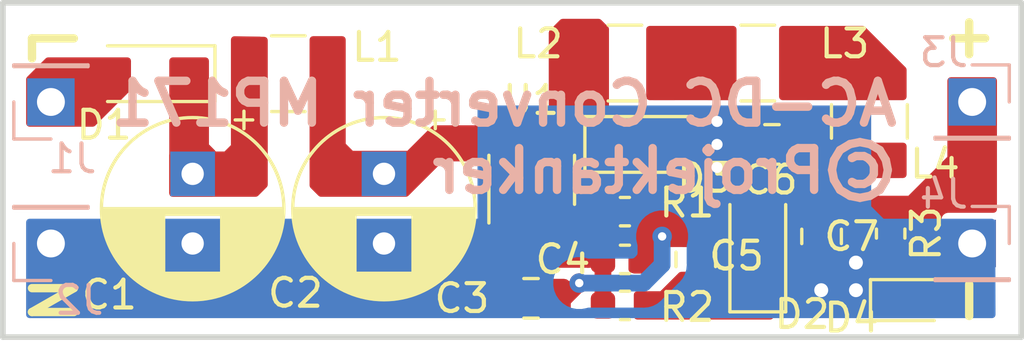
<source format=kicad_pcb>
(kicad_pcb (version 20171130) (host pcbnew "(5.0.2)-1")

  (general
    (thickness 1.6)
    (drawings 9)
    (tracks 25)
    (zones 0)
    (modules 23)
    (nets 13)
  )

  (page A4)
  (layers
    (0 F.Cu signal)
    (31 B.Cu signal)
    (32 B.Adhes user)
    (33 F.Adhes user)
    (34 B.Paste user)
    (35 F.Paste user)
    (36 B.SilkS user)
    (37 F.SilkS user)
    (38 B.Mask user)
    (39 F.Mask user)
    (40 Dwgs.User user)
    (41 Cmts.User user)
    (42 Eco1.User user)
    (43 Eco2.User user)
    (44 Edge.Cuts user)
    (45 Margin user)
    (46 B.CrtYd user)
    (47 F.CrtYd user)
    (48 B.Fab user hide)
    (49 F.Fab user hide)
  )

  (setup
    (last_trace_width 0.6)
    (user_trace_width 0.3)
    (user_trace_width 0.4)
    (user_trace_width 0.6)
    (trace_clearance 0.2)
    (zone_clearance 0.25)
    (zone_45_only yes)
    (trace_min 0.2)
    (segment_width 0.2)
    (edge_width 0.15)
    (via_size 0.8)
    (via_drill 0.4)
    (via_min_size 0.4)
    (via_min_drill 0.3)
    (user_via 0.7 0.3)
    (user_via 0.9 0.5)
    (uvia_size 0.3)
    (uvia_drill 0.1)
    (uvias_allowed no)
    (uvia_min_size 0.2)
    (uvia_min_drill 0.1)
    (pcb_text_width 0.3)
    (pcb_text_size 1.5 1.5)
    (mod_edge_width 0.15)
    (mod_text_size 1 1)
    (mod_text_width 0.15)
    (pad_size 1.524 1.524)
    (pad_drill 0.762)
    (pad_to_mask_clearance 0.051)
    (solder_mask_min_width 0.25)
    (aux_axis_origin 0 0)
    (visible_elements 7FFFFFFF)
    (pcbplotparams
      (layerselection 0x010fc_ffffffff)
      (usegerberextensions false)
      (usegerberattributes true)
      (usegerberadvancedattributes false)
      (creategerberjobfile false)
      (excludeedgelayer true)
      (linewidth 0.100000)
      (plotframeref false)
      (viasonmask false)
      (mode 1)
      (useauxorigin false)
      (hpglpennumber 1)
      (hpglpenspeed 20)
      (hpglpendiameter 15.000000)
      (psnegative false)
      (psa4output false)
      (plotreference true)
      (plotvalue true)
      (plotinvisibletext false)
      (padsonsilk false)
      (subtractmaskfromsilk false)
      (outputformat 1)
      (mirror false)
      (drillshape 0)
      (scaleselection 1)
      (outputdirectory "gerber/"))
  )

  (net 0 "")
  (net 1 GND)
  (net 2 "Net-(L2-Pad2)")
  (net 3 /L)
  (net 4 /FB)
  (net 5 /SOURCE)
  (net 6 /VCC)
  (net 7 /DRAIN)
  (net 8 /+5V1)
  (net 9 "Net-(C5-Pad2)")
  (net 10 "Net-(L3-Pad2)")
  (net 11 "Net-(C1-Pad1)")
  (net 12 "Net-(D4-Pad2)")

  (net_class Default "This is the default net class."
    (clearance 0.2)
    (trace_width 0.25)
    (via_dia 0.8)
    (via_drill 0.4)
    (uvia_dia 0.3)
    (uvia_drill 0.1)
    (add_net /+5V1)
    (add_net /DRAIN)
    (add_net /FB)
    (add_net /L)
    (add_net /SOURCE)
    (add_net /VCC)
    (add_net GND)
    (add_net "Net-(C1-Pad1)")
    (add_net "Net-(C5-Pad2)")
    (add_net "Net-(D4-Pad2)")
    (add_net "Net-(L2-Pad2)")
    (add_net "Net-(L3-Pad2)")
  )

  (module LED_SMD:LED_0603_1608Metric (layer F.Cu) (tedit 5B301BBE) (tstamp 5C8F938B)
    (at 140.081 106.172)
    (descr "LED SMD 0603 (1608 Metric), square (rectangular) end terminal, IPC_7351 nominal, (Body size source: http://www.tortai-tech.com/upload/download/2011102023233369053.pdf), generated with kicad-footprint-generator")
    (tags diode)
    (path /5C808BBC)
    (attr smd)
    (fp_text reference D4 (at -2.159 0.635) (layer F.SilkS)
      (effects (font (size 1 1) (thickness 0.15)))
    )
    (fp_text value LED (at 0 1.43) (layer F.Fab)
      (effects (font (size 1 1) (thickness 0.15)))
    )
    (fp_line (start 0.8 -0.4) (end -0.5 -0.4) (layer F.Fab) (width 0.1))
    (fp_line (start -0.5 -0.4) (end -0.8 -0.1) (layer F.Fab) (width 0.1))
    (fp_line (start -0.8 -0.1) (end -0.8 0.4) (layer F.Fab) (width 0.1))
    (fp_line (start -0.8 0.4) (end 0.8 0.4) (layer F.Fab) (width 0.1))
    (fp_line (start 0.8 0.4) (end 0.8 -0.4) (layer F.Fab) (width 0.1))
    (fp_line (start 0.8 -0.735) (end -1.485 -0.735) (layer F.SilkS) (width 0.12))
    (fp_line (start -1.485 -0.735) (end -1.485 0.735) (layer F.SilkS) (width 0.12))
    (fp_line (start -1.485 0.735) (end 0.8 0.735) (layer F.SilkS) (width 0.12))
    (fp_line (start -1.48 0.73) (end -1.48 -0.73) (layer F.CrtYd) (width 0.05))
    (fp_line (start -1.48 -0.73) (end 1.48 -0.73) (layer F.CrtYd) (width 0.05))
    (fp_line (start 1.48 -0.73) (end 1.48 0.73) (layer F.CrtYd) (width 0.05))
    (fp_line (start 1.48 0.73) (end -1.48 0.73) (layer F.CrtYd) (width 0.05))
    (fp_text user %R (at 0 0) (layer F.Fab)
      (effects (font (size 0.4 0.4) (thickness 0.06)))
    )
    (pad 1 smd roundrect (at -0.7875 0) (size 0.875 0.95) (layers F.Cu F.Paste F.Mask) (roundrect_rratio 0.25)
      (net 1 GND))
    (pad 2 smd roundrect (at 0.7875 0) (size 0.875 0.95) (layers F.Cu F.Paste F.Mask) (roundrect_rratio 0.25)
      (net 12 "Net-(D4-Pad2)"))
    (model ${KISYS3DMOD}/LED_SMD.3dshapes/LED_0603_1608Metric.wrl
      (at (xyz 0 0 0))
      (scale (xyz 1 1 1))
      (rotate (xyz 0 0 0))
    )
  )

  (module Resistor_SMD:R_0603_1608Metric (layer F.Cu) (tedit 5B301BBD) (tstamp 5C82F7CA)
    (at 139.319 103.7845 270)
    (descr "Resistor SMD 0603 (1608 Metric), square (rectangular) end terminal, IPC_7351 nominal, (Body size source: http://www.tortai-tech.com/upload/download/2011102023233369053.pdf), generated with kicad-footprint-generator")
    (tags resistor)
    (path /5C80A385)
    (attr smd)
    (fp_text reference R3 (at 0 -1.27 270) (layer F.SilkS)
      (effects (font (size 1 1) (thickness 0.15)))
    )
    (fp_text value 1K (at 0 1.43 270) (layer F.Fab)
      (effects (font (size 1 1) (thickness 0.15)))
    )
    (fp_line (start -0.8 0.4) (end -0.8 -0.4) (layer F.Fab) (width 0.1))
    (fp_line (start -0.8 -0.4) (end 0.8 -0.4) (layer F.Fab) (width 0.1))
    (fp_line (start 0.8 -0.4) (end 0.8 0.4) (layer F.Fab) (width 0.1))
    (fp_line (start 0.8 0.4) (end -0.8 0.4) (layer F.Fab) (width 0.1))
    (fp_line (start -0.162779 -0.51) (end 0.162779 -0.51) (layer F.SilkS) (width 0.12))
    (fp_line (start -0.162779 0.51) (end 0.162779 0.51) (layer F.SilkS) (width 0.12))
    (fp_line (start -1.48 0.73) (end -1.48 -0.73) (layer F.CrtYd) (width 0.05))
    (fp_line (start -1.48 -0.73) (end 1.48 -0.73) (layer F.CrtYd) (width 0.05))
    (fp_line (start 1.48 -0.73) (end 1.48 0.73) (layer F.CrtYd) (width 0.05))
    (fp_line (start 1.48 0.73) (end -1.48 0.73) (layer F.CrtYd) (width 0.05))
    (fp_text user %R (at 0 0 270) (layer F.Fab)
      (effects (font (size 0.4 0.4) (thickness 0.06)))
    )
    (pad 1 smd roundrect (at -0.7875 0 270) (size 0.875 0.95) (layers F.Cu F.Paste F.Mask) (roundrect_rratio 0.25)
      (net 8 /+5V1))
    (pad 2 smd roundrect (at 0.7875 0 270) (size 0.875 0.95) (layers F.Cu F.Paste F.Mask) (roundrect_rratio 0.25)
      (net 12 "Net-(D4-Pad2)"))
    (model ${KISYS3DMOD}/Resistor_SMD.3dshapes/R_0603_1608Metric.wrl
      (at (xyz 0 0 0))
      (scale (xyz 1 1 1))
      (rotate (xyz 0 0 0))
    )
  )

  (module Capacitor_THT:CP_Radial_D6.3mm_P2.50mm (layer F.Cu) (tedit 5AE50EF0) (tstamp 5C82937B)
    (at 121.158 101.64 270)
    (descr "CP, Radial series, Radial, pin pitch=2.50mm, , diameter=6.3mm, Electrolytic Capacitor")
    (tags "CP Radial series Radial pin pitch 2.50mm  diameter 6.3mm Electrolytic Capacitor")
    (path /5C7D58D8)
    (fp_text reference C2 (at 4.278 3.175 180) (layer F.SilkS)
      (effects (font (size 1 1) (thickness 0.15)))
    )
    (fp_text value 1u_400V (at 1.25 4.4 270) (layer F.Fab)
      (effects (font (size 1 1) (thickness 0.15)))
    )
    (fp_circle (center 1.25 0) (end 4.4 0) (layer F.Fab) (width 0.1))
    (fp_circle (center 1.25 0) (end 4.52 0) (layer F.SilkS) (width 0.12))
    (fp_circle (center 1.25 0) (end 4.65 0) (layer F.CrtYd) (width 0.05))
    (fp_line (start -1.443972 -1.3735) (end -0.813972 -1.3735) (layer F.Fab) (width 0.1))
    (fp_line (start -1.128972 -1.6885) (end -1.128972 -1.0585) (layer F.Fab) (width 0.1))
    (fp_line (start 1.25 -3.23) (end 1.25 3.23) (layer F.SilkS) (width 0.12))
    (fp_line (start 1.29 -3.23) (end 1.29 3.23) (layer F.SilkS) (width 0.12))
    (fp_line (start 1.33 -3.23) (end 1.33 3.23) (layer F.SilkS) (width 0.12))
    (fp_line (start 1.37 -3.228) (end 1.37 3.228) (layer F.SilkS) (width 0.12))
    (fp_line (start 1.41 -3.227) (end 1.41 3.227) (layer F.SilkS) (width 0.12))
    (fp_line (start 1.45 -3.224) (end 1.45 3.224) (layer F.SilkS) (width 0.12))
    (fp_line (start 1.49 -3.222) (end 1.49 -1.04) (layer F.SilkS) (width 0.12))
    (fp_line (start 1.49 1.04) (end 1.49 3.222) (layer F.SilkS) (width 0.12))
    (fp_line (start 1.53 -3.218) (end 1.53 -1.04) (layer F.SilkS) (width 0.12))
    (fp_line (start 1.53 1.04) (end 1.53 3.218) (layer F.SilkS) (width 0.12))
    (fp_line (start 1.57 -3.215) (end 1.57 -1.04) (layer F.SilkS) (width 0.12))
    (fp_line (start 1.57 1.04) (end 1.57 3.215) (layer F.SilkS) (width 0.12))
    (fp_line (start 1.61 -3.211) (end 1.61 -1.04) (layer F.SilkS) (width 0.12))
    (fp_line (start 1.61 1.04) (end 1.61 3.211) (layer F.SilkS) (width 0.12))
    (fp_line (start 1.65 -3.206) (end 1.65 -1.04) (layer F.SilkS) (width 0.12))
    (fp_line (start 1.65 1.04) (end 1.65 3.206) (layer F.SilkS) (width 0.12))
    (fp_line (start 1.69 -3.201) (end 1.69 -1.04) (layer F.SilkS) (width 0.12))
    (fp_line (start 1.69 1.04) (end 1.69 3.201) (layer F.SilkS) (width 0.12))
    (fp_line (start 1.73 -3.195) (end 1.73 -1.04) (layer F.SilkS) (width 0.12))
    (fp_line (start 1.73 1.04) (end 1.73 3.195) (layer F.SilkS) (width 0.12))
    (fp_line (start 1.77 -3.189) (end 1.77 -1.04) (layer F.SilkS) (width 0.12))
    (fp_line (start 1.77 1.04) (end 1.77 3.189) (layer F.SilkS) (width 0.12))
    (fp_line (start 1.81 -3.182) (end 1.81 -1.04) (layer F.SilkS) (width 0.12))
    (fp_line (start 1.81 1.04) (end 1.81 3.182) (layer F.SilkS) (width 0.12))
    (fp_line (start 1.85 -3.175) (end 1.85 -1.04) (layer F.SilkS) (width 0.12))
    (fp_line (start 1.85 1.04) (end 1.85 3.175) (layer F.SilkS) (width 0.12))
    (fp_line (start 1.89 -3.167) (end 1.89 -1.04) (layer F.SilkS) (width 0.12))
    (fp_line (start 1.89 1.04) (end 1.89 3.167) (layer F.SilkS) (width 0.12))
    (fp_line (start 1.93 -3.159) (end 1.93 -1.04) (layer F.SilkS) (width 0.12))
    (fp_line (start 1.93 1.04) (end 1.93 3.159) (layer F.SilkS) (width 0.12))
    (fp_line (start 1.971 -3.15) (end 1.971 -1.04) (layer F.SilkS) (width 0.12))
    (fp_line (start 1.971 1.04) (end 1.971 3.15) (layer F.SilkS) (width 0.12))
    (fp_line (start 2.011 -3.141) (end 2.011 -1.04) (layer F.SilkS) (width 0.12))
    (fp_line (start 2.011 1.04) (end 2.011 3.141) (layer F.SilkS) (width 0.12))
    (fp_line (start 2.051 -3.131) (end 2.051 -1.04) (layer F.SilkS) (width 0.12))
    (fp_line (start 2.051 1.04) (end 2.051 3.131) (layer F.SilkS) (width 0.12))
    (fp_line (start 2.091 -3.121) (end 2.091 -1.04) (layer F.SilkS) (width 0.12))
    (fp_line (start 2.091 1.04) (end 2.091 3.121) (layer F.SilkS) (width 0.12))
    (fp_line (start 2.131 -3.11) (end 2.131 -1.04) (layer F.SilkS) (width 0.12))
    (fp_line (start 2.131 1.04) (end 2.131 3.11) (layer F.SilkS) (width 0.12))
    (fp_line (start 2.171 -3.098) (end 2.171 -1.04) (layer F.SilkS) (width 0.12))
    (fp_line (start 2.171 1.04) (end 2.171 3.098) (layer F.SilkS) (width 0.12))
    (fp_line (start 2.211 -3.086) (end 2.211 -1.04) (layer F.SilkS) (width 0.12))
    (fp_line (start 2.211 1.04) (end 2.211 3.086) (layer F.SilkS) (width 0.12))
    (fp_line (start 2.251 -3.074) (end 2.251 -1.04) (layer F.SilkS) (width 0.12))
    (fp_line (start 2.251 1.04) (end 2.251 3.074) (layer F.SilkS) (width 0.12))
    (fp_line (start 2.291 -3.061) (end 2.291 -1.04) (layer F.SilkS) (width 0.12))
    (fp_line (start 2.291 1.04) (end 2.291 3.061) (layer F.SilkS) (width 0.12))
    (fp_line (start 2.331 -3.047) (end 2.331 -1.04) (layer F.SilkS) (width 0.12))
    (fp_line (start 2.331 1.04) (end 2.331 3.047) (layer F.SilkS) (width 0.12))
    (fp_line (start 2.371 -3.033) (end 2.371 -1.04) (layer F.SilkS) (width 0.12))
    (fp_line (start 2.371 1.04) (end 2.371 3.033) (layer F.SilkS) (width 0.12))
    (fp_line (start 2.411 -3.018) (end 2.411 -1.04) (layer F.SilkS) (width 0.12))
    (fp_line (start 2.411 1.04) (end 2.411 3.018) (layer F.SilkS) (width 0.12))
    (fp_line (start 2.451 -3.002) (end 2.451 -1.04) (layer F.SilkS) (width 0.12))
    (fp_line (start 2.451 1.04) (end 2.451 3.002) (layer F.SilkS) (width 0.12))
    (fp_line (start 2.491 -2.986) (end 2.491 -1.04) (layer F.SilkS) (width 0.12))
    (fp_line (start 2.491 1.04) (end 2.491 2.986) (layer F.SilkS) (width 0.12))
    (fp_line (start 2.531 -2.97) (end 2.531 -1.04) (layer F.SilkS) (width 0.12))
    (fp_line (start 2.531 1.04) (end 2.531 2.97) (layer F.SilkS) (width 0.12))
    (fp_line (start 2.571 -2.952) (end 2.571 -1.04) (layer F.SilkS) (width 0.12))
    (fp_line (start 2.571 1.04) (end 2.571 2.952) (layer F.SilkS) (width 0.12))
    (fp_line (start 2.611 -2.934) (end 2.611 -1.04) (layer F.SilkS) (width 0.12))
    (fp_line (start 2.611 1.04) (end 2.611 2.934) (layer F.SilkS) (width 0.12))
    (fp_line (start 2.651 -2.916) (end 2.651 -1.04) (layer F.SilkS) (width 0.12))
    (fp_line (start 2.651 1.04) (end 2.651 2.916) (layer F.SilkS) (width 0.12))
    (fp_line (start 2.691 -2.896) (end 2.691 -1.04) (layer F.SilkS) (width 0.12))
    (fp_line (start 2.691 1.04) (end 2.691 2.896) (layer F.SilkS) (width 0.12))
    (fp_line (start 2.731 -2.876) (end 2.731 -1.04) (layer F.SilkS) (width 0.12))
    (fp_line (start 2.731 1.04) (end 2.731 2.876) (layer F.SilkS) (width 0.12))
    (fp_line (start 2.771 -2.856) (end 2.771 -1.04) (layer F.SilkS) (width 0.12))
    (fp_line (start 2.771 1.04) (end 2.771 2.856) (layer F.SilkS) (width 0.12))
    (fp_line (start 2.811 -2.834) (end 2.811 -1.04) (layer F.SilkS) (width 0.12))
    (fp_line (start 2.811 1.04) (end 2.811 2.834) (layer F.SilkS) (width 0.12))
    (fp_line (start 2.851 -2.812) (end 2.851 -1.04) (layer F.SilkS) (width 0.12))
    (fp_line (start 2.851 1.04) (end 2.851 2.812) (layer F.SilkS) (width 0.12))
    (fp_line (start 2.891 -2.79) (end 2.891 -1.04) (layer F.SilkS) (width 0.12))
    (fp_line (start 2.891 1.04) (end 2.891 2.79) (layer F.SilkS) (width 0.12))
    (fp_line (start 2.931 -2.766) (end 2.931 -1.04) (layer F.SilkS) (width 0.12))
    (fp_line (start 2.931 1.04) (end 2.931 2.766) (layer F.SilkS) (width 0.12))
    (fp_line (start 2.971 -2.742) (end 2.971 -1.04) (layer F.SilkS) (width 0.12))
    (fp_line (start 2.971 1.04) (end 2.971 2.742) (layer F.SilkS) (width 0.12))
    (fp_line (start 3.011 -2.716) (end 3.011 -1.04) (layer F.SilkS) (width 0.12))
    (fp_line (start 3.011 1.04) (end 3.011 2.716) (layer F.SilkS) (width 0.12))
    (fp_line (start 3.051 -2.69) (end 3.051 -1.04) (layer F.SilkS) (width 0.12))
    (fp_line (start 3.051 1.04) (end 3.051 2.69) (layer F.SilkS) (width 0.12))
    (fp_line (start 3.091 -2.664) (end 3.091 -1.04) (layer F.SilkS) (width 0.12))
    (fp_line (start 3.091 1.04) (end 3.091 2.664) (layer F.SilkS) (width 0.12))
    (fp_line (start 3.131 -2.636) (end 3.131 -1.04) (layer F.SilkS) (width 0.12))
    (fp_line (start 3.131 1.04) (end 3.131 2.636) (layer F.SilkS) (width 0.12))
    (fp_line (start 3.171 -2.607) (end 3.171 -1.04) (layer F.SilkS) (width 0.12))
    (fp_line (start 3.171 1.04) (end 3.171 2.607) (layer F.SilkS) (width 0.12))
    (fp_line (start 3.211 -2.578) (end 3.211 -1.04) (layer F.SilkS) (width 0.12))
    (fp_line (start 3.211 1.04) (end 3.211 2.578) (layer F.SilkS) (width 0.12))
    (fp_line (start 3.251 -2.548) (end 3.251 -1.04) (layer F.SilkS) (width 0.12))
    (fp_line (start 3.251 1.04) (end 3.251 2.548) (layer F.SilkS) (width 0.12))
    (fp_line (start 3.291 -2.516) (end 3.291 -1.04) (layer F.SilkS) (width 0.12))
    (fp_line (start 3.291 1.04) (end 3.291 2.516) (layer F.SilkS) (width 0.12))
    (fp_line (start 3.331 -2.484) (end 3.331 -1.04) (layer F.SilkS) (width 0.12))
    (fp_line (start 3.331 1.04) (end 3.331 2.484) (layer F.SilkS) (width 0.12))
    (fp_line (start 3.371 -2.45) (end 3.371 -1.04) (layer F.SilkS) (width 0.12))
    (fp_line (start 3.371 1.04) (end 3.371 2.45) (layer F.SilkS) (width 0.12))
    (fp_line (start 3.411 -2.416) (end 3.411 -1.04) (layer F.SilkS) (width 0.12))
    (fp_line (start 3.411 1.04) (end 3.411 2.416) (layer F.SilkS) (width 0.12))
    (fp_line (start 3.451 -2.38) (end 3.451 -1.04) (layer F.SilkS) (width 0.12))
    (fp_line (start 3.451 1.04) (end 3.451 2.38) (layer F.SilkS) (width 0.12))
    (fp_line (start 3.491 -2.343) (end 3.491 -1.04) (layer F.SilkS) (width 0.12))
    (fp_line (start 3.491 1.04) (end 3.491 2.343) (layer F.SilkS) (width 0.12))
    (fp_line (start 3.531 -2.305) (end 3.531 -1.04) (layer F.SilkS) (width 0.12))
    (fp_line (start 3.531 1.04) (end 3.531 2.305) (layer F.SilkS) (width 0.12))
    (fp_line (start 3.571 -2.265) (end 3.571 2.265) (layer F.SilkS) (width 0.12))
    (fp_line (start 3.611 -2.224) (end 3.611 2.224) (layer F.SilkS) (width 0.12))
    (fp_line (start 3.651 -2.182) (end 3.651 2.182) (layer F.SilkS) (width 0.12))
    (fp_line (start 3.691 -2.137) (end 3.691 2.137) (layer F.SilkS) (width 0.12))
    (fp_line (start 3.731 -2.092) (end 3.731 2.092) (layer F.SilkS) (width 0.12))
    (fp_line (start 3.771 -2.044) (end 3.771 2.044) (layer F.SilkS) (width 0.12))
    (fp_line (start 3.811 -1.995) (end 3.811 1.995) (layer F.SilkS) (width 0.12))
    (fp_line (start 3.851 -1.944) (end 3.851 1.944) (layer F.SilkS) (width 0.12))
    (fp_line (start 3.891 -1.89) (end 3.891 1.89) (layer F.SilkS) (width 0.12))
    (fp_line (start 3.931 -1.834) (end 3.931 1.834) (layer F.SilkS) (width 0.12))
    (fp_line (start 3.971 -1.776) (end 3.971 1.776) (layer F.SilkS) (width 0.12))
    (fp_line (start 4.011 -1.714) (end 4.011 1.714) (layer F.SilkS) (width 0.12))
    (fp_line (start 4.051 -1.65) (end 4.051 1.65) (layer F.SilkS) (width 0.12))
    (fp_line (start 4.091 -1.581) (end 4.091 1.581) (layer F.SilkS) (width 0.12))
    (fp_line (start 4.131 -1.509) (end 4.131 1.509) (layer F.SilkS) (width 0.12))
    (fp_line (start 4.171 -1.432) (end 4.171 1.432) (layer F.SilkS) (width 0.12))
    (fp_line (start 4.211 -1.35) (end 4.211 1.35) (layer F.SilkS) (width 0.12))
    (fp_line (start 4.251 -1.262) (end 4.251 1.262) (layer F.SilkS) (width 0.12))
    (fp_line (start 4.291 -1.165) (end 4.291 1.165) (layer F.SilkS) (width 0.12))
    (fp_line (start 4.331 -1.059) (end 4.331 1.059) (layer F.SilkS) (width 0.12))
    (fp_line (start 4.371 -0.94) (end 4.371 0.94) (layer F.SilkS) (width 0.12))
    (fp_line (start 4.411 -0.802) (end 4.411 0.802) (layer F.SilkS) (width 0.12))
    (fp_line (start 4.451 -0.633) (end 4.451 0.633) (layer F.SilkS) (width 0.12))
    (fp_line (start 4.491 -0.402) (end 4.491 0.402) (layer F.SilkS) (width 0.12))
    (fp_line (start -2.250241 -1.839) (end -1.620241 -1.839) (layer F.SilkS) (width 0.12))
    (fp_line (start -1.935241 -2.154) (end -1.935241 -1.524) (layer F.SilkS) (width 0.12))
    (fp_text user %R (at 1.25 0 270) (layer F.Fab)
      (effects (font (size 1 1) (thickness 0.15)))
    )
    (pad 1 thru_hole rect (at 0 0 270) (size 1.6 1.6) (drill 0.8) (layers *.Cu *.Mask)
      (net 7 /DRAIN))
    (pad 2 thru_hole circle (at 2.5 0 270) (size 1.6 1.6) (drill 0.8) (layers *.Cu *.Mask)
      (net 1 GND))
    (model ${KISYS3DMOD}/Capacitor_THT.3dshapes/CP_Radial_D6.3mm_P2.50mm.wrl
      (at (xyz 0 0 0))
      (scale (xyz 1 1 1))
      (rotate (xyz 0 0 0))
    )
  )

  (module Inductor_SMD:L_1210_3225Metric (layer F.Cu) (tedit 5B301BBE) (tstamp 5C829124)
    (at 117.729 98.044)
    (descr "Inductor SMD 1210 (3225 Metric), square (rectangular) end terminal, IPC_7351 nominal, (Body size source: http://www.tortai-tech.com/upload/download/2011102023233369053.pdf), generated with kicad-footprint-generator")
    (tags inductor)
    (path /5C8058DD)
    (attr smd)
    (fp_text reference L1 (at 3.175 -0.9525) (layer F.SilkS)
      (effects (font (size 1 1) (thickness 0.15)))
    )
    (fp_text value 330uH (at 0 2.28) (layer F.Fab)
      (effects (font (size 1 1) (thickness 0.15)))
    )
    (fp_line (start -1.6 1.25) (end -1.6 -1.25) (layer F.Fab) (width 0.1))
    (fp_line (start -1.6 -1.25) (end 1.6 -1.25) (layer F.Fab) (width 0.1))
    (fp_line (start 1.6 -1.25) (end 1.6 1.25) (layer F.Fab) (width 0.1))
    (fp_line (start 1.6 1.25) (end -1.6 1.25) (layer F.Fab) (width 0.1))
    (fp_line (start -0.602064 -1.36) (end 0.602064 -1.36) (layer F.SilkS) (width 0.12))
    (fp_line (start -0.602064 1.36) (end 0.602064 1.36) (layer F.SilkS) (width 0.12))
    (fp_line (start -2.28 1.58) (end -2.28 -1.58) (layer F.CrtYd) (width 0.05))
    (fp_line (start -2.28 -1.58) (end 2.28 -1.58) (layer F.CrtYd) (width 0.05))
    (fp_line (start 2.28 -1.58) (end 2.28 1.58) (layer F.CrtYd) (width 0.05))
    (fp_line (start 2.28 1.58) (end -2.28 1.58) (layer F.CrtYd) (width 0.05))
    (fp_text user %R (at 0 0) (layer F.Fab)
      (effects (font (size 0.8 0.8) (thickness 0.12)))
    )
    (pad 1 smd roundrect (at -1.4 0) (size 1.25 2.65) (layers F.Cu F.Paste F.Mask) (roundrect_rratio 0.2)
      (net 11 "Net-(C1-Pad1)"))
    (pad 2 smd roundrect (at 1.4 0) (size 1.25 2.65) (layers F.Cu F.Paste F.Mask) (roundrect_rratio 0.2)
      (net 7 /DRAIN))
    (model ${KISYS3DMOD}/Inductor_SMD.3dshapes/L_1210_3225Metric.wrl
      (at (xyz 0 0 0))
      (scale (xyz 1 1 1))
      (rotate (xyz 0 0 0))
    )
  )

  (module Capacitor_SMD:C_0805_2012Metric (layer F.Cu) (tedit 5C7E6E61) (tstamp 5C82B58C)
    (at 126.4285 106.1085)
    (descr "Capacitor SMD 0805 (2012 Metric), square (rectangular) end terminal, IPC_7351 nominal, (Body size source: https://docs.google.com/spreadsheets/d/1BsfQQcO9C6DZCsRaXUlFlo91Tg2WpOkGARC1WS5S8t0/edit?usp=sharing), generated with kicad-footprint-generator")
    (tags capacitor)
    (path /5C7DF6FF)
    (attr smd)
    (fp_text reference C3 (at -2.4765 0) (layer F.SilkS)
      (effects (font (size 1 1) (thickness 0.15)))
    )
    (fp_text value 2.2u_25V (at 0 1.65) (layer F.Fab)
      (effects (font (size 1 1) (thickness 0.15)))
    )
    (fp_text user %R (at 0 0) (layer F.Fab)
      (effects (font (size 0.5 0.5) (thickness 0.08)))
    )
    (fp_line (start 1.68 0.95) (end -1.68 0.95) (layer F.CrtYd) (width 0.05))
    (fp_line (start 1.68 -0.95) (end 1.68 0.95) (layer F.CrtYd) (width 0.05))
    (fp_line (start -1.68 -0.95) (end 1.68 -0.95) (layer F.CrtYd) (width 0.05))
    (fp_line (start -1.68 0.95) (end -1.68 -0.95) (layer F.CrtYd) (width 0.05))
    (fp_line (start -0.258578 0.71) (end 0.258578 0.71) (layer F.SilkS) (width 0.12))
    (fp_line (start -0.258578 -0.71) (end 0.258578 -0.71) (layer F.SilkS) (width 0.12))
    (fp_line (start 1 0.6) (end -1 0.6) (layer F.Fab) (width 0.1))
    (fp_line (start 1 -0.6) (end 1 0.6) (layer F.Fab) (width 0.1))
    (fp_line (start -1 -0.6) (end 1 -0.6) (layer F.Fab) (width 0.1))
    (fp_line (start -1 0.6) (end -1 -0.6) (layer F.Fab) (width 0.1))
    (pad 2 smd roundrect (at 0.9375 0) (size 0.975 1.4) (layers F.Cu F.Paste F.Mask) (roundrect_rratio 0.25)
      (net 5 /SOURCE))
    (pad 1 smd roundrect (at -0.9375 0) (size 0.975 1.4) (layers F.Cu F.Paste F.Mask) (roundrect_rratio 0.25)
      (net 6 /VCC))
    (model ${KISYS3DMOD}/Capacitor_SMD.3dshapes/C_0805_2012Metric.wrl
      (at (xyz 0 0 0))
      (scale (xyz 1 1 1))
      (rotate (xyz 0 0 0))
    )
  )

  (module Capacitor_SMD:C_0603_1608Metric (layer F.Cu) (tedit 5C7E6E6B) (tstamp 5C82B5EC)
    (at 129.794 104.7115 180)
    (descr "Capacitor SMD 0603 (1608 Metric), square (rectangular) end terminal, IPC_7351 nominal, (Body size source: http://www.tortai-tech.com/upload/download/2011102023233369053.pdf), generated with kicad-footprint-generator")
    (tags capacitor)
    (path /5C7D71A7)
    (attr smd)
    (fp_text reference C4 (at 2.2225 0 180) (layer F.SilkS)
      (effects (font (size 1 1) (thickness 0.15)))
    )
    (fp_text value 1n_50V (at 0 1.43 180) (layer F.Fab)
      (effects (font (size 1 1) (thickness 0.15)))
    )
    (fp_line (start -0.8 0.4) (end -0.8 -0.4) (layer F.Fab) (width 0.1))
    (fp_line (start -0.8 -0.4) (end 0.8 -0.4) (layer F.Fab) (width 0.1))
    (fp_line (start 0.8 -0.4) (end 0.8 0.4) (layer F.Fab) (width 0.1))
    (fp_line (start 0.8 0.4) (end -0.8 0.4) (layer F.Fab) (width 0.1))
    (fp_line (start -0.162779 -0.51) (end 0.162779 -0.51) (layer F.SilkS) (width 0.12))
    (fp_line (start -0.162779 0.51) (end 0.162779 0.51) (layer F.SilkS) (width 0.12))
    (fp_line (start -1.48 0.73) (end -1.48 -0.73) (layer F.CrtYd) (width 0.05))
    (fp_line (start -1.48 -0.73) (end 1.48 -0.73) (layer F.CrtYd) (width 0.05))
    (fp_line (start 1.48 -0.73) (end 1.48 0.73) (layer F.CrtYd) (width 0.05))
    (fp_line (start 1.48 0.73) (end -1.48 0.73) (layer F.CrtYd) (width 0.05))
    (fp_text user %R (at 0 0 180) (layer F.Fab)
      (effects (font (size 0.4 0.4) (thickness 0.06)))
    )
    (pad 1 smd roundrect (at -0.7875 0 180) (size 0.875 0.95) (layers F.Cu F.Paste F.Mask) (roundrect_rratio 0.25)
      (net 5 /SOURCE))
    (pad 2 smd roundrect (at 0.7875 0 180) (size 0.875 0.95) (layers F.Cu F.Paste F.Mask) (roundrect_rratio 0.25)
      (net 4 /FB))
    (model ${KISYS3DMOD}/Capacitor_SMD.3dshapes/C_0603_1608Metric.wrl
      (at (xyz 0 0 0))
      (scale (xyz 1 1 1))
      (rotate (xyz 0 0 0))
    )
  )

  (module Capacitor_SMD:C_0805_2012Metric (layer F.Cu) (tedit 5C7E6E75) (tstamp 5C82B55C)
    (at 132.334 104.7115 270)
    (descr "Capacitor SMD 0805 (2012 Metric), square (rectangular) end terminal, IPC_7351 nominal, (Body size source: https://docs.google.com/spreadsheets/d/1BsfQQcO9C6DZCsRaXUlFlo91Tg2WpOkGARC1WS5S8t0/edit?usp=sharing), generated with kicad-footprint-generator")
    (tags capacitor)
    (path /5C7DF5B2)
    (attr smd)
    (fp_text reference C5 (at -0.127 -1.4605) (layer F.SilkS)
      (effects (font (size 1 1) (thickness 0.15)))
    )
    (fp_text value 1u_25V (at 0 1.65 270) (layer F.Fab)
      (effects (font (size 1 1) (thickness 0.15)))
    )
    (fp_text user %R (at 0 0 270) (layer F.Fab)
      (effects (font (size 0.5 0.5) (thickness 0.08)))
    )
    (fp_line (start 1.68 0.95) (end -1.68 0.95) (layer F.CrtYd) (width 0.05))
    (fp_line (start 1.68 -0.95) (end 1.68 0.95) (layer F.CrtYd) (width 0.05))
    (fp_line (start -1.68 -0.95) (end 1.68 -0.95) (layer F.CrtYd) (width 0.05))
    (fp_line (start -1.68 0.95) (end -1.68 -0.95) (layer F.CrtYd) (width 0.05))
    (fp_line (start -0.258578 0.71) (end 0.258578 0.71) (layer F.SilkS) (width 0.12))
    (fp_line (start -0.258578 -0.71) (end 0.258578 -0.71) (layer F.SilkS) (width 0.12))
    (fp_line (start 1 0.6) (end -1 0.6) (layer F.Fab) (width 0.1))
    (fp_line (start 1 -0.6) (end 1 0.6) (layer F.Fab) (width 0.1))
    (fp_line (start -1 -0.6) (end 1 -0.6) (layer F.Fab) (width 0.1))
    (fp_line (start -1 0.6) (end -1 -0.6) (layer F.Fab) (width 0.1))
    (pad 2 smd roundrect (at 0.9375 0 270) (size 0.975 1.4) (layers F.Cu F.Paste F.Mask) (roundrect_rratio 0.25)
      (net 9 "Net-(C5-Pad2)"))
    (pad 1 smd roundrect (at -0.9375 0 270) (size 0.975 1.4) (layers F.Cu F.Paste F.Mask) (roundrect_rratio 0.25)
      (net 5 /SOURCE))
    (model ${KISYS3DMOD}/Capacitor_SMD.3dshapes/C_0805_2012Metric.wrl
      (at (xyz 0 0 0))
      (scale (xyz 1 1 1))
      (rotate (xyz 0 0 0))
    )
  )

  (module Connector_PinHeader_2.54mm:PinHeader_1x01_P2.54mm_Vertical (layer B.Cu) (tedit 59FED5CC) (tstamp 5C825353)
    (at 142.24 99.06 180)
    (descr "Through hole straight pin header, 1x01, 2.54mm pitch, single row")
    (tags "Through hole pin header THT 1x01 2.54mm single row")
    (path /5C8022C4)
    (fp_text reference J3 (at 1.016 1.778 180) (layer B.SilkS)
      (effects (font (size 1 1) (thickness 0.15)) (justify mirror))
    )
    (fp_text value Conn_01x01 (at 0 -2.33 180) (layer B.Fab)
      (effects (font (size 1 1) (thickness 0.15)) (justify mirror))
    )
    (fp_text user %R (at 0 0 90) (layer B.Fab)
      (effects (font (size 1 1) (thickness 0.15)) (justify mirror))
    )
    (fp_line (start 1.8 1.8) (end -1.8 1.8) (layer B.CrtYd) (width 0.05))
    (fp_line (start 1.8 -1.8) (end 1.8 1.8) (layer B.CrtYd) (width 0.05))
    (fp_line (start -1.8 -1.8) (end 1.8 -1.8) (layer B.CrtYd) (width 0.05))
    (fp_line (start -1.8 1.8) (end -1.8 -1.8) (layer B.CrtYd) (width 0.05))
    (fp_line (start -1.33 1.33) (end 0 1.33) (layer B.SilkS) (width 0.12))
    (fp_line (start -1.33 0) (end -1.33 1.33) (layer B.SilkS) (width 0.12))
    (fp_line (start -1.33 -1.27) (end 1.33 -1.27) (layer B.SilkS) (width 0.12))
    (fp_line (start 1.33 -1.27) (end 1.33 -1.33) (layer B.SilkS) (width 0.12))
    (fp_line (start -1.33 -1.27) (end -1.33 -1.33) (layer B.SilkS) (width 0.12))
    (fp_line (start -1.33 -1.33) (end 1.33 -1.33) (layer B.SilkS) (width 0.12))
    (fp_line (start -1.27 0.635) (end -0.635 1.27) (layer B.Fab) (width 0.1))
    (fp_line (start -1.27 -1.27) (end -1.27 0.635) (layer B.Fab) (width 0.1))
    (fp_line (start 1.27 -1.27) (end -1.27 -1.27) (layer B.Fab) (width 0.1))
    (fp_line (start 1.27 1.27) (end 1.27 -1.27) (layer B.Fab) (width 0.1))
    (fp_line (start -0.635 1.27) (end 1.27 1.27) (layer B.Fab) (width 0.1))
    (pad 1 thru_hole rect (at 0 0 180) (size 1.7 1.7) (drill 1) (layers *.Cu *.Mask)
      (net 8 /+5V1))
    (model ${KISYS3DMOD}/Connector_PinHeader_2.54mm.3dshapes/PinHeader_1x01_P2.54mm_Vertical.wrl
      (at (xyz 0 0 0))
      (scale (xyz 1 1 1))
      (rotate (xyz 0 0 0))
    )
  )

  (module Connector_PinHeader_2.54mm:PinHeader_1x01_P2.54mm_Vertical (layer B.Cu) (tedit 59FED5CC) (tstamp 5C825352)
    (at 142.24 104.14 180)
    (descr "Through hole straight pin header, 1x01, 2.54mm pitch, single row")
    (tags "Through hole pin header THT 1x01 2.54mm single row")
    (path /5C802D3A)
    (fp_text reference J4 (at 1.016 1.778 180) (layer B.SilkS)
      (effects (font (size 1 1) (thickness 0.15)) (justify mirror))
    )
    (fp_text value Conn_01x01 (at 0 -2.33 180) (layer B.Fab)
      (effects (font (size 1 1) (thickness 0.15)) (justify mirror))
    )
    (fp_line (start -0.635 1.27) (end 1.27 1.27) (layer B.Fab) (width 0.1))
    (fp_line (start 1.27 1.27) (end 1.27 -1.27) (layer B.Fab) (width 0.1))
    (fp_line (start 1.27 -1.27) (end -1.27 -1.27) (layer B.Fab) (width 0.1))
    (fp_line (start -1.27 -1.27) (end -1.27 0.635) (layer B.Fab) (width 0.1))
    (fp_line (start -1.27 0.635) (end -0.635 1.27) (layer B.Fab) (width 0.1))
    (fp_line (start -1.33 -1.33) (end 1.33 -1.33) (layer B.SilkS) (width 0.12))
    (fp_line (start -1.33 -1.27) (end -1.33 -1.33) (layer B.SilkS) (width 0.12))
    (fp_line (start 1.33 -1.27) (end 1.33 -1.33) (layer B.SilkS) (width 0.12))
    (fp_line (start -1.33 -1.27) (end 1.33 -1.27) (layer B.SilkS) (width 0.12))
    (fp_line (start -1.33 0) (end -1.33 1.33) (layer B.SilkS) (width 0.12))
    (fp_line (start -1.33 1.33) (end 0 1.33) (layer B.SilkS) (width 0.12))
    (fp_line (start -1.8 1.8) (end -1.8 -1.8) (layer B.CrtYd) (width 0.05))
    (fp_line (start -1.8 -1.8) (end 1.8 -1.8) (layer B.CrtYd) (width 0.05))
    (fp_line (start 1.8 -1.8) (end 1.8 1.8) (layer B.CrtYd) (width 0.05))
    (fp_line (start 1.8 1.8) (end -1.8 1.8) (layer B.CrtYd) (width 0.05))
    (fp_text user %R (at 0 0 90) (layer B.Fab)
      (effects (font (size 1 1) (thickness 0.15)) (justify mirror))
    )
    (pad 1 thru_hole rect (at 0 0 180) (size 1.7 1.7) (drill 1) (layers *.Cu *.Mask)
      (net 1 GND))
    (model ${KISYS3DMOD}/Connector_PinHeader_2.54mm.3dshapes/PinHeader_1x01_P2.54mm_Vertical.wrl
      (at (xyz 0 0 0))
      (scale (xyz 1 1 1))
      (rotate (xyz 0 0 0))
    )
  )

  (module Capacitor_SMD:C_0805_2012Metric (layer F.Cu) (tedit 5C7E6E7D) (tstamp 5C82B5BC)
    (at 135.0645 100.584 180)
    (descr "Capacitor SMD 0805 (2012 Metric), square (rectangular) end terminal, IPC_7351 nominal, (Body size source: https://docs.google.com/spreadsheets/d/1BsfQQcO9C6DZCsRaXUlFlo91Tg2WpOkGARC1WS5S8t0/edit?usp=sharing), generated with kicad-footprint-generator")
    (tags capacitor)
    (path /5C7E001B)
    (attr smd)
    (fp_text reference C6 (at 0.0635 -1.27 180) (layer F.SilkS)
      (effects (font (size 1 1) (thickness 0.15)))
    )
    (fp_text value 10u_16V (at 0 1.65 180) (layer F.Fab)
      (effects (font (size 1 1) (thickness 0.15)))
    )
    (fp_line (start -1 0.6) (end -1 -0.6) (layer F.Fab) (width 0.1))
    (fp_line (start -1 -0.6) (end 1 -0.6) (layer F.Fab) (width 0.1))
    (fp_line (start 1 -0.6) (end 1 0.6) (layer F.Fab) (width 0.1))
    (fp_line (start 1 0.6) (end -1 0.6) (layer F.Fab) (width 0.1))
    (fp_line (start -0.258578 -0.71) (end 0.258578 -0.71) (layer F.SilkS) (width 0.12))
    (fp_line (start -0.258578 0.71) (end 0.258578 0.71) (layer F.SilkS) (width 0.12))
    (fp_line (start -1.68 0.95) (end -1.68 -0.95) (layer F.CrtYd) (width 0.05))
    (fp_line (start -1.68 -0.95) (end 1.68 -0.95) (layer F.CrtYd) (width 0.05))
    (fp_line (start 1.68 -0.95) (end 1.68 0.95) (layer F.CrtYd) (width 0.05))
    (fp_line (start 1.68 0.95) (end -1.68 0.95) (layer F.CrtYd) (width 0.05))
    (fp_text user %R (at 0 0 180) (layer F.Fab)
      (effects (font (size 0.5 0.5) (thickness 0.08)))
    )
    (pad 1 smd roundrect (at -0.9375 0 180) (size 0.975 1.4) (layers F.Cu F.Paste F.Mask) (roundrect_rratio 0.25)
      (net 8 /+5V1))
    (pad 2 smd roundrect (at 0.9375 0 180) (size 0.975 1.4) (layers F.Cu F.Paste F.Mask) (roundrect_rratio 0.25)
      (net 1 GND))
    (model ${KISYS3DMOD}/Capacitor_SMD.3dshapes/C_0805_2012Metric.wrl
      (at (xyz 0 0 0))
      (scale (xyz 1 1 1))
      (rotate (xyz 0 0 0))
    )
  )

  (module Package_TO_SOT_SMD:TSOT-23-5 (layer F.Cu) (tedit 5A02FF57) (tstamp 5C82B4F4)
    (at 126.4285 101.854 90)
    (descr "5-pin TSOT23 package, http://cds.linear.com/docs/en/packaging/SOT_5_05-08-1635.pdf")
    (tags TSOT-23-5)
    (path /5C7FFA8E)
    (attr smd)
    (fp_text reference U1 (at 2.8575 0 180) (layer F.SilkS)
      (effects (font (size 1 1) (thickness 0.15)))
    )
    (fp_text value MP171GJ (at 0 2.5 90) (layer F.Fab)
      (effects (font (size 1 1) (thickness 0.15)))
    )
    (fp_text user %R (at 0 0 180) (layer F.Fab)
      (effects (font (size 0.5 0.5) (thickness 0.075)))
    )
    (fp_line (start -0.88 1.56) (end 0.88 1.56) (layer F.SilkS) (width 0.12))
    (fp_line (start 0.88 -1.51) (end -1.55 -1.51) (layer F.SilkS) (width 0.12))
    (fp_line (start -0.88 -1) (end -0.43 -1.45) (layer F.Fab) (width 0.1))
    (fp_line (start 0.88 -1.45) (end -0.43 -1.45) (layer F.Fab) (width 0.1))
    (fp_line (start -0.88 -1) (end -0.88 1.45) (layer F.Fab) (width 0.1))
    (fp_line (start 0.88 1.45) (end -0.88 1.45) (layer F.Fab) (width 0.1))
    (fp_line (start 0.88 -1.45) (end 0.88 1.45) (layer F.Fab) (width 0.1))
    (fp_line (start -2.17 -1.7) (end 2.17 -1.7) (layer F.CrtYd) (width 0.05))
    (fp_line (start -2.17 -1.7) (end -2.17 1.7) (layer F.CrtYd) (width 0.05))
    (fp_line (start 2.17 1.7) (end 2.17 -1.7) (layer F.CrtYd) (width 0.05))
    (fp_line (start 2.17 1.7) (end -2.17 1.7) (layer F.CrtYd) (width 0.05))
    (pad 1 smd rect (at -1.31 -0.95 90) (size 1.22 0.65) (layers F.Cu F.Paste F.Mask)
      (net 6 /VCC))
    (pad 2 smd rect (at -1.31 0 90) (size 1.22 0.65) (layers F.Cu F.Paste F.Mask)
      (net 4 /FB))
    (pad 3 smd rect (at -1.31 0.95 90) (size 1.22 0.65) (layers F.Cu F.Paste F.Mask)
      (net 5 /SOURCE))
    (pad 4 smd rect (at 1.31 0.95 90) (size 1.22 0.65) (layers F.Cu F.Paste F.Mask)
      (net 5 /SOURCE))
    (pad 5 smd rect (at 1.31 -0.95 90) (size 1.22 0.65) (layers F.Cu F.Paste F.Mask)
      (net 7 /DRAIN))
    (model ${KISYS3DMOD}/Package_TO_SOT_SMD.3dshapes/TSOT-23-5.wrl
      (at (xyz 0 0 0))
      (scale (xyz 1 1 1))
      (rotate (xyz 0 0 0))
    )
  )

  (module Capacitor_SMD:C_0805_2012Metric (layer F.Cu) (tedit 5C7E6E84) (tstamp 5C82B52C)
    (at 136.8425 103.886 270)
    (descr "Capacitor SMD 0805 (2012 Metric), square (rectangular) end terminal, IPC_7351 nominal, (Body size source: https://docs.google.com/spreadsheets/d/1BsfQQcO9C6DZCsRaXUlFlo91Tg2WpOkGARC1WS5S8t0/edit?usp=sharing), generated with kicad-footprint-generator")
    (tags capacitor)
    (path /5C7E0069)
    (attr smd)
    (fp_text reference C7 (at 0 -1.0795) (layer F.SilkS)
      (effects (font (size 1 1) (thickness 0.15)))
    )
    (fp_text value 10u_16V (at 0 1.65 270) (layer F.Fab)
      (effects (font (size 1 1) (thickness 0.15)))
    )
    (fp_line (start -1 0.6) (end -1 -0.6) (layer F.Fab) (width 0.1))
    (fp_line (start -1 -0.6) (end 1 -0.6) (layer F.Fab) (width 0.1))
    (fp_line (start 1 -0.6) (end 1 0.6) (layer F.Fab) (width 0.1))
    (fp_line (start 1 0.6) (end -1 0.6) (layer F.Fab) (width 0.1))
    (fp_line (start -0.258578 -0.71) (end 0.258578 -0.71) (layer F.SilkS) (width 0.12))
    (fp_line (start -0.258578 0.71) (end 0.258578 0.71) (layer F.SilkS) (width 0.12))
    (fp_line (start -1.68 0.95) (end -1.68 -0.95) (layer F.CrtYd) (width 0.05))
    (fp_line (start -1.68 -0.95) (end 1.68 -0.95) (layer F.CrtYd) (width 0.05))
    (fp_line (start 1.68 -0.95) (end 1.68 0.95) (layer F.CrtYd) (width 0.05))
    (fp_line (start 1.68 0.95) (end -1.68 0.95) (layer F.CrtYd) (width 0.05))
    (fp_text user %R (at 0 0 270) (layer F.Fab)
      (effects (font (size 0.5 0.5) (thickness 0.08)))
    )
    (pad 1 smd roundrect (at -0.9375 0 270) (size 0.975 1.4) (layers F.Cu F.Paste F.Mask) (roundrect_rratio 0.25)
      (net 8 /+5V1))
    (pad 2 smd roundrect (at 0.9375 0 270) (size 0.975 1.4) (layers F.Cu F.Paste F.Mask) (roundrect_rratio 0.25)
      (net 1 GND))
    (model ${KISYS3DMOD}/Capacitor_SMD.3dshapes/C_0805_2012Metric.wrl
      (at (xyz 0 0 0))
      (scale (xyz 1 1 1))
      (rotate (xyz 0 0 0))
    )
  )

  (module Capacitor_THT:CP_Radial_D6.3mm_P2.50mm (layer F.Cu) (tedit 5AE50EF0) (tstamp 5C82AE34)
    (at 114.3 101.64 270)
    (descr "CP, Radial series, Radial, pin pitch=2.50mm, , diameter=6.3mm, Electrolytic Capacitor")
    (tags "CP Radial series Radial pin pitch 2.50mm  diameter 6.3mm Electrolytic Capacitor")
    (path /5C806BA7)
    (fp_text reference C1 (at 4.3415 2.9845 180) (layer F.SilkS)
      (effects (font (size 1 1) (thickness 0.15)))
    )
    (fp_text value 1u_400V (at 1.25 4.4 270) (layer F.Fab)
      (effects (font (size 1 1) (thickness 0.15)))
    )
    (fp_circle (center 1.25 0) (end 4.4 0) (layer F.Fab) (width 0.1))
    (fp_circle (center 1.25 0) (end 4.52 0) (layer F.SilkS) (width 0.12))
    (fp_circle (center 1.25 0) (end 4.65 0) (layer F.CrtYd) (width 0.05))
    (fp_line (start -1.443972 -1.3735) (end -0.813972 -1.3735) (layer F.Fab) (width 0.1))
    (fp_line (start -1.128972 -1.6885) (end -1.128972 -1.0585) (layer F.Fab) (width 0.1))
    (fp_line (start 1.25 -3.23) (end 1.25 3.23) (layer F.SilkS) (width 0.12))
    (fp_line (start 1.29 -3.23) (end 1.29 3.23) (layer F.SilkS) (width 0.12))
    (fp_line (start 1.33 -3.23) (end 1.33 3.23) (layer F.SilkS) (width 0.12))
    (fp_line (start 1.37 -3.228) (end 1.37 3.228) (layer F.SilkS) (width 0.12))
    (fp_line (start 1.41 -3.227) (end 1.41 3.227) (layer F.SilkS) (width 0.12))
    (fp_line (start 1.45 -3.224) (end 1.45 3.224) (layer F.SilkS) (width 0.12))
    (fp_line (start 1.49 -3.222) (end 1.49 -1.04) (layer F.SilkS) (width 0.12))
    (fp_line (start 1.49 1.04) (end 1.49 3.222) (layer F.SilkS) (width 0.12))
    (fp_line (start 1.53 -3.218) (end 1.53 -1.04) (layer F.SilkS) (width 0.12))
    (fp_line (start 1.53 1.04) (end 1.53 3.218) (layer F.SilkS) (width 0.12))
    (fp_line (start 1.57 -3.215) (end 1.57 -1.04) (layer F.SilkS) (width 0.12))
    (fp_line (start 1.57 1.04) (end 1.57 3.215) (layer F.SilkS) (width 0.12))
    (fp_line (start 1.61 -3.211) (end 1.61 -1.04) (layer F.SilkS) (width 0.12))
    (fp_line (start 1.61 1.04) (end 1.61 3.211) (layer F.SilkS) (width 0.12))
    (fp_line (start 1.65 -3.206) (end 1.65 -1.04) (layer F.SilkS) (width 0.12))
    (fp_line (start 1.65 1.04) (end 1.65 3.206) (layer F.SilkS) (width 0.12))
    (fp_line (start 1.69 -3.201) (end 1.69 -1.04) (layer F.SilkS) (width 0.12))
    (fp_line (start 1.69 1.04) (end 1.69 3.201) (layer F.SilkS) (width 0.12))
    (fp_line (start 1.73 -3.195) (end 1.73 -1.04) (layer F.SilkS) (width 0.12))
    (fp_line (start 1.73 1.04) (end 1.73 3.195) (layer F.SilkS) (width 0.12))
    (fp_line (start 1.77 -3.189) (end 1.77 -1.04) (layer F.SilkS) (width 0.12))
    (fp_line (start 1.77 1.04) (end 1.77 3.189) (layer F.SilkS) (width 0.12))
    (fp_line (start 1.81 -3.182) (end 1.81 -1.04) (layer F.SilkS) (width 0.12))
    (fp_line (start 1.81 1.04) (end 1.81 3.182) (layer F.SilkS) (width 0.12))
    (fp_line (start 1.85 -3.175) (end 1.85 -1.04) (layer F.SilkS) (width 0.12))
    (fp_line (start 1.85 1.04) (end 1.85 3.175) (layer F.SilkS) (width 0.12))
    (fp_line (start 1.89 -3.167) (end 1.89 -1.04) (layer F.SilkS) (width 0.12))
    (fp_line (start 1.89 1.04) (end 1.89 3.167) (layer F.SilkS) (width 0.12))
    (fp_line (start 1.93 -3.159) (end 1.93 -1.04) (layer F.SilkS) (width 0.12))
    (fp_line (start 1.93 1.04) (end 1.93 3.159) (layer F.SilkS) (width 0.12))
    (fp_line (start 1.971 -3.15) (end 1.971 -1.04) (layer F.SilkS) (width 0.12))
    (fp_line (start 1.971 1.04) (end 1.971 3.15) (layer F.SilkS) (width 0.12))
    (fp_line (start 2.011 -3.141) (end 2.011 -1.04) (layer F.SilkS) (width 0.12))
    (fp_line (start 2.011 1.04) (end 2.011 3.141) (layer F.SilkS) (width 0.12))
    (fp_line (start 2.051 -3.131) (end 2.051 -1.04) (layer F.SilkS) (width 0.12))
    (fp_line (start 2.051 1.04) (end 2.051 3.131) (layer F.SilkS) (width 0.12))
    (fp_line (start 2.091 -3.121) (end 2.091 -1.04) (layer F.SilkS) (width 0.12))
    (fp_line (start 2.091 1.04) (end 2.091 3.121) (layer F.SilkS) (width 0.12))
    (fp_line (start 2.131 -3.11) (end 2.131 -1.04) (layer F.SilkS) (width 0.12))
    (fp_line (start 2.131 1.04) (end 2.131 3.11) (layer F.SilkS) (width 0.12))
    (fp_line (start 2.171 -3.098) (end 2.171 -1.04) (layer F.SilkS) (width 0.12))
    (fp_line (start 2.171 1.04) (end 2.171 3.098) (layer F.SilkS) (width 0.12))
    (fp_line (start 2.211 -3.086) (end 2.211 -1.04) (layer F.SilkS) (width 0.12))
    (fp_line (start 2.211 1.04) (end 2.211 3.086) (layer F.SilkS) (width 0.12))
    (fp_line (start 2.251 -3.074) (end 2.251 -1.04) (layer F.SilkS) (width 0.12))
    (fp_line (start 2.251 1.04) (end 2.251 3.074) (layer F.SilkS) (width 0.12))
    (fp_line (start 2.291 -3.061) (end 2.291 -1.04) (layer F.SilkS) (width 0.12))
    (fp_line (start 2.291 1.04) (end 2.291 3.061) (layer F.SilkS) (width 0.12))
    (fp_line (start 2.331 -3.047) (end 2.331 -1.04) (layer F.SilkS) (width 0.12))
    (fp_line (start 2.331 1.04) (end 2.331 3.047) (layer F.SilkS) (width 0.12))
    (fp_line (start 2.371 -3.033) (end 2.371 -1.04) (layer F.SilkS) (width 0.12))
    (fp_line (start 2.371 1.04) (end 2.371 3.033) (layer F.SilkS) (width 0.12))
    (fp_line (start 2.411 -3.018) (end 2.411 -1.04) (layer F.SilkS) (width 0.12))
    (fp_line (start 2.411 1.04) (end 2.411 3.018) (layer F.SilkS) (width 0.12))
    (fp_line (start 2.451 -3.002) (end 2.451 -1.04) (layer F.SilkS) (width 0.12))
    (fp_line (start 2.451 1.04) (end 2.451 3.002) (layer F.SilkS) (width 0.12))
    (fp_line (start 2.491 -2.986) (end 2.491 -1.04) (layer F.SilkS) (width 0.12))
    (fp_line (start 2.491 1.04) (end 2.491 2.986) (layer F.SilkS) (width 0.12))
    (fp_line (start 2.531 -2.97) (end 2.531 -1.04) (layer F.SilkS) (width 0.12))
    (fp_line (start 2.531 1.04) (end 2.531 2.97) (layer F.SilkS) (width 0.12))
    (fp_line (start 2.571 -2.952) (end 2.571 -1.04) (layer F.SilkS) (width 0.12))
    (fp_line (start 2.571 1.04) (end 2.571 2.952) (layer F.SilkS) (width 0.12))
    (fp_line (start 2.611 -2.934) (end 2.611 -1.04) (layer F.SilkS) (width 0.12))
    (fp_line (start 2.611 1.04) (end 2.611 2.934) (layer F.SilkS) (width 0.12))
    (fp_line (start 2.651 -2.916) (end 2.651 -1.04) (layer F.SilkS) (width 0.12))
    (fp_line (start 2.651 1.04) (end 2.651 2.916) (layer F.SilkS) (width 0.12))
    (fp_line (start 2.691 -2.896) (end 2.691 -1.04) (layer F.SilkS) (width 0.12))
    (fp_line (start 2.691 1.04) (end 2.691 2.896) (layer F.SilkS) (width 0.12))
    (fp_line (start 2.731 -2.876) (end 2.731 -1.04) (layer F.SilkS) (width 0.12))
    (fp_line (start 2.731 1.04) (end 2.731 2.876) (layer F.SilkS) (width 0.12))
    (fp_line (start 2.771 -2.856) (end 2.771 -1.04) (layer F.SilkS) (width 0.12))
    (fp_line (start 2.771 1.04) (end 2.771 2.856) (layer F.SilkS) (width 0.12))
    (fp_line (start 2.811 -2.834) (end 2.811 -1.04) (layer F.SilkS) (width 0.12))
    (fp_line (start 2.811 1.04) (end 2.811 2.834) (layer F.SilkS) (width 0.12))
    (fp_line (start 2.851 -2.812) (end 2.851 -1.04) (layer F.SilkS) (width 0.12))
    (fp_line (start 2.851 1.04) (end 2.851 2.812) (layer F.SilkS) (width 0.12))
    (fp_line (start 2.891 -2.79) (end 2.891 -1.04) (layer F.SilkS) (width 0.12))
    (fp_line (start 2.891 1.04) (end 2.891 2.79) (layer F.SilkS) (width 0.12))
    (fp_line (start 2.931 -2.766) (end 2.931 -1.04) (layer F.SilkS) (width 0.12))
    (fp_line (start 2.931 1.04) (end 2.931 2.766) (layer F.SilkS) (width 0.12))
    (fp_line (start 2.971 -2.742) (end 2.971 -1.04) (layer F.SilkS) (width 0.12))
    (fp_line (start 2.971 1.04) (end 2.971 2.742) (layer F.SilkS) (width 0.12))
    (fp_line (start 3.011 -2.716) (end 3.011 -1.04) (layer F.SilkS) (width 0.12))
    (fp_line (start 3.011 1.04) (end 3.011 2.716) (layer F.SilkS) (width 0.12))
    (fp_line (start 3.051 -2.69) (end 3.051 -1.04) (layer F.SilkS) (width 0.12))
    (fp_line (start 3.051 1.04) (end 3.051 2.69) (layer F.SilkS) (width 0.12))
    (fp_line (start 3.091 -2.664) (end 3.091 -1.04) (layer F.SilkS) (width 0.12))
    (fp_line (start 3.091 1.04) (end 3.091 2.664) (layer F.SilkS) (width 0.12))
    (fp_line (start 3.131 -2.636) (end 3.131 -1.04) (layer F.SilkS) (width 0.12))
    (fp_line (start 3.131 1.04) (end 3.131 2.636) (layer F.SilkS) (width 0.12))
    (fp_line (start 3.171 -2.607) (end 3.171 -1.04) (layer F.SilkS) (width 0.12))
    (fp_line (start 3.171 1.04) (end 3.171 2.607) (layer F.SilkS) (width 0.12))
    (fp_line (start 3.211 -2.578) (end 3.211 -1.04) (layer F.SilkS) (width 0.12))
    (fp_line (start 3.211 1.04) (end 3.211 2.578) (layer F.SilkS) (width 0.12))
    (fp_line (start 3.251 -2.548) (end 3.251 -1.04) (layer F.SilkS) (width 0.12))
    (fp_line (start 3.251 1.04) (end 3.251 2.548) (layer F.SilkS) (width 0.12))
    (fp_line (start 3.291 -2.516) (end 3.291 -1.04) (layer F.SilkS) (width 0.12))
    (fp_line (start 3.291 1.04) (end 3.291 2.516) (layer F.SilkS) (width 0.12))
    (fp_line (start 3.331 -2.484) (end 3.331 -1.04) (layer F.SilkS) (width 0.12))
    (fp_line (start 3.331 1.04) (end 3.331 2.484) (layer F.SilkS) (width 0.12))
    (fp_line (start 3.371 -2.45) (end 3.371 -1.04) (layer F.SilkS) (width 0.12))
    (fp_line (start 3.371 1.04) (end 3.371 2.45) (layer F.SilkS) (width 0.12))
    (fp_line (start 3.411 -2.416) (end 3.411 -1.04) (layer F.SilkS) (width 0.12))
    (fp_line (start 3.411 1.04) (end 3.411 2.416) (layer F.SilkS) (width 0.12))
    (fp_line (start 3.451 -2.38) (end 3.451 -1.04) (layer F.SilkS) (width 0.12))
    (fp_line (start 3.451 1.04) (end 3.451 2.38) (layer F.SilkS) (width 0.12))
    (fp_line (start 3.491 -2.343) (end 3.491 -1.04) (layer F.SilkS) (width 0.12))
    (fp_line (start 3.491 1.04) (end 3.491 2.343) (layer F.SilkS) (width 0.12))
    (fp_line (start 3.531 -2.305) (end 3.531 -1.04) (layer F.SilkS) (width 0.12))
    (fp_line (start 3.531 1.04) (end 3.531 2.305) (layer F.SilkS) (width 0.12))
    (fp_line (start 3.571 -2.265) (end 3.571 2.265) (layer F.SilkS) (width 0.12))
    (fp_line (start 3.611 -2.224) (end 3.611 2.224) (layer F.SilkS) (width 0.12))
    (fp_line (start 3.651 -2.182) (end 3.651 2.182) (layer F.SilkS) (width 0.12))
    (fp_line (start 3.691 -2.137) (end 3.691 2.137) (layer F.SilkS) (width 0.12))
    (fp_line (start 3.731 -2.092) (end 3.731 2.092) (layer F.SilkS) (width 0.12))
    (fp_line (start 3.771 -2.044) (end 3.771 2.044) (layer F.SilkS) (width 0.12))
    (fp_line (start 3.811 -1.995) (end 3.811 1.995) (layer F.SilkS) (width 0.12))
    (fp_line (start 3.851 -1.944) (end 3.851 1.944) (layer F.SilkS) (width 0.12))
    (fp_line (start 3.891 -1.89) (end 3.891 1.89) (layer F.SilkS) (width 0.12))
    (fp_line (start 3.931 -1.834) (end 3.931 1.834) (layer F.SilkS) (width 0.12))
    (fp_line (start 3.971 -1.776) (end 3.971 1.776) (layer F.SilkS) (width 0.12))
    (fp_line (start 4.011 -1.714) (end 4.011 1.714) (layer F.SilkS) (width 0.12))
    (fp_line (start 4.051 -1.65) (end 4.051 1.65) (layer F.SilkS) (width 0.12))
    (fp_line (start 4.091 -1.581) (end 4.091 1.581) (layer F.SilkS) (width 0.12))
    (fp_line (start 4.131 -1.509) (end 4.131 1.509) (layer F.SilkS) (width 0.12))
    (fp_line (start 4.171 -1.432) (end 4.171 1.432) (layer F.SilkS) (width 0.12))
    (fp_line (start 4.211 -1.35) (end 4.211 1.35) (layer F.SilkS) (width 0.12))
    (fp_line (start 4.251 -1.262) (end 4.251 1.262) (layer F.SilkS) (width 0.12))
    (fp_line (start 4.291 -1.165) (end 4.291 1.165) (layer F.SilkS) (width 0.12))
    (fp_line (start 4.331 -1.059) (end 4.331 1.059) (layer F.SilkS) (width 0.12))
    (fp_line (start 4.371 -0.94) (end 4.371 0.94) (layer F.SilkS) (width 0.12))
    (fp_line (start 4.411 -0.802) (end 4.411 0.802) (layer F.SilkS) (width 0.12))
    (fp_line (start 4.451 -0.633) (end 4.451 0.633) (layer F.SilkS) (width 0.12))
    (fp_line (start 4.491 -0.402) (end 4.491 0.402) (layer F.SilkS) (width 0.12))
    (fp_line (start -2.250241 -1.839) (end -1.620241 -1.839) (layer F.SilkS) (width 0.12))
    (fp_line (start -1.935241 -2.154) (end -1.935241 -1.524) (layer F.SilkS) (width 0.12))
    (fp_text user %R (at 1.25 0 270) (layer F.Fab)
      (effects (font (size 1 1) (thickness 0.15)))
    )
    (pad 1 thru_hole rect (at 0 0 270) (size 1.6 1.6) (drill 0.8) (layers *.Cu *.Mask)
      (net 11 "Net-(C1-Pad1)"))
    (pad 2 thru_hole circle (at 2.5 0 270) (size 1.6 1.6) (drill 0.8) (layers *.Cu *.Mask)
      (net 1 GND))
    (model ${KISYS3DMOD}/Capacitor_THT.3dshapes/CP_Radial_D6.3mm_P2.50mm.wrl
      (at (xyz 0 0 0))
      (scale (xyz 1 1 1))
      (rotate (xyz 0 0 0))
    )
  )

  (module Connector_PinHeader_2.54mm:PinHeader_1x01_P2.54mm_Vertical (layer B.Cu) (tedit 59FED5CC) (tstamp 5C8B2F10)
    (at 109.22 104.14)
    (descr "Through hole straight pin header, 1x01, 2.54mm pitch, single row")
    (tags "Through hole pin header THT 1x01 2.54mm single row")
    (path /5C7F5F22)
    (fp_text reference J2 (at 1.016 2.032) (layer B.SilkS)
      (effects (font (size 1 1) (thickness 0.15)) (justify mirror))
    )
    (fp_text value Conn_01x01 (at 0 -2.33) (layer B.Fab)
      (effects (font (size 1 1) (thickness 0.15)) (justify mirror))
    )
    (fp_line (start -0.635 1.27) (end 1.27 1.27) (layer B.Fab) (width 0.1))
    (fp_line (start 1.27 1.27) (end 1.27 -1.27) (layer B.Fab) (width 0.1))
    (fp_line (start 1.27 -1.27) (end -1.27 -1.27) (layer B.Fab) (width 0.1))
    (fp_line (start -1.27 -1.27) (end -1.27 0.635) (layer B.Fab) (width 0.1))
    (fp_line (start -1.27 0.635) (end -0.635 1.27) (layer B.Fab) (width 0.1))
    (fp_line (start -1.33 -1.33) (end 1.33 -1.33) (layer B.SilkS) (width 0.12))
    (fp_line (start -1.33 -1.27) (end -1.33 -1.33) (layer B.SilkS) (width 0.12))
    (fp_line (start 1.33 -1.27) (end 1.33 -1.33) (layer B.SilkS) (width 0.12))
    (fp_line (start -1.33 -1.27) (end 1.33 -1.27) (layer B.SilkS) (width 0.12))
    (fp_line (start -1.33 0) (end -1.33 1.33) (layer B.SilkS) (width 0.12))
    (fp_line (start -1.33 1.33) (end 0 1.33) (layer B.SilkS) (width 0.12))
    (fp_line (start -1.8 1.8) (end -1.8 -1.8) (layer B.CrtYd) (width 0.05))
    (fp_line (start -1.8 -1.8) (end 1.8 -1.8) (layer B.CrtYd) (width 0.05))
    (fp_line (start 1.8 -1.8) (end 1.8 1.8) (layer B.CrtYd) (width 0.05))
    (fp_line (start 1.8 1.8) (end -1.8 1.8) (layer B.CrtYd) (width 0.05))
    (fp_text user %R (at 0 0 -90) (layer B.Fab)
      (effects (font (size 1 1) (thickness 0.15)) (justify mirror))
    )
    (pad 1 thru_hole rect (at 0 0) (size 1.7 1.7) (drill 1) (layers *.Cu *.Mask)
      (net 1 GND))
    (model ${KISYS3DMOD}/Connector_PinHeader_2.54mm.3dshapes/PinHeader_1x01_P2.54mm_Vertical.wrl
      (at (xyz 0 0 0))
      (scale (xyz 1 1 1))
      (rotate (xyz 0 0 0))
    )
  )

  (module Connector_PinHeader_2.54mm:PinHeader_1x01_P2.54mm_Vertical (layer B.Cu) (tedit 59FED5CC) (tstamp 5C8B2EE6)
    (at 109.22 99.06)
    (descr "Through hole straight pin header, 1x01, 2.54mm pitch, single row")
    (tags "Through hole pin header THT 1x01 2.54mm single row")
    (path /5C7F5E94)
    (fp_text reference J1 (at 0.762 2.032) (layer B.SilkS)
      (effects (font (size 1 1) (thickness 0.15)) (justify mirror))
    )
    (fp_text value Conn_01x01 (at 0 -2.33) (layer B.Fab)
      (effects (font (size 1 1) (thickness 0.15)) (justify mirror))
    )
    (fp_line (start -0.635 1.27) (end 1.27 1.27) (layer B.Fab) (width 0.1))
    (fp_line (start 1.27 1.27) (end 1.27 -1.27) (layer B.Fab) (width 0.1))
    (fp_line (start 1.27 -1.27) (end -1.27 -1.27) (layer B.Fab) (width 0.1))
    (fp_line (start -1.27 -1.27) (end -1.27 0.635) (layer B.Fab) (width 0.1))
    (fp_line (start -1.27 0.635) (end -0.635 1.27) (layer B.Fab) (width 0.1))
    (fp_line (start -1.33 -1.33) (end 1.33 -1.33) (layer B.SilkS) (width 0.12))
    (fp_line (start -1.33 -1.27) (end -1.33 -1.33) (layer B.SilkS) (width 0.12))
    (fp_line (start 1.33 -1.27) (end 1.33 -1.33) (layer B.SilkS) (width 0.12))
    (fp_line (start -1.33 -1.27) (end 1.33 -1.27) (layer B.SilkS) (width 0.12))
    (fp_line (start -1.33 0) (end -1.33 1.33) (layer B.SilkS) (width 0.12))
    (fp_line (start -1.33 1.33) (end 0 1.33) (layer B.SilkS) (width 0.12))
    (fp_line (start -1.8 1.8) (end -1.8 -1.8) (layer B.CrtYd) (width 0.05))
    (fp_line (start -1.8 -1.8) (end 1.8 -1.8) (layer B.CrtYd) (width 0.05))
    (fp_line (start 1.8 -1.8) (end 1.8 1.8) (layer B.CrtYd) (width 0.05))
    (fp_line (start 1.8 1.8) (end -1.8 1.8) (layer B.CrtYd) (width 0.05))
    (fp_text user %R (at 0 0 -90) (layer B.Fab)
      (effects (font (size 1 1) (thickness 0.15)) (justify mirror))
    )
    (pad 1 thru_hole rect (at 0 0) (size 1.7 1.7) (drill 1) (layers *.Cu *.Mask)
      (net 3 /L))
    (model ${KISYS3DMOD}/Connector_PinHeader_2.54mm.3dshapes/PinHeader_1x01_P2.54mm_Vertical.wrl
      (at (xyz 0 0 0))
      (scale (xyz 1 1 1))
      (rotate (xyz 0 0 0))
    )
  )

  (module Diode_SMD:D_SOD-123F (layer F.Cu) (tedit 587F7769) (tstamp 5C82B4B0)
    (at 130.559 100.584)
    (descr D_SOD-123F)
    (tags D_SOD-123F)
    (path /5C7E32E2)
    (attr smd)
    (fp_text reference D3 (at 2.0925 1.2065) (layer F.SilkS)
      (effects (font (size 1 1) (thickness 0.15)))
    )
    (fp_text value ES1JFL (at 0 2.1) (layer F.Fab)
      (effects (font (size 1 1) (thickness 0.15)))
    )
    (fp_text user %R (at -0.127 -1.905) (layer F.Fab)
      (effects (font (size 1 1) (thickness 0.15)))
    )
    (fp_line (start -2.2 -1) (end -2.2 1) (layer F.SilkS) (width 0.12))
    (fp_line (start 0.25 0) (end 0.75 0) (layer F.Fab) (width 0.1))
    (fp_line (start 0.25 0.4) (end -0.35 0) (layer F.Fab) (width 0.1))
    (fp_line (start 0.25 -0.4) (end 0.25 0.4) (layer F.Fab) (width 0.1))
    (fp_line (start -0.35 0) (end 0.25 -0.4) (layer F.Fab) (width 0.1))
    (fp_line (start -0.35 0) (end -0.35 0.55) (layer F.Fab) (width 0.1))
    (fp_line (start -0.35 0) (end -0.35 -0.55) (layer F.Fab) (width 0.1))
    (fp_line (start -0.75 0) (end -0.35 0) (layer F.Fab) (width 0.1))
    (fp_line (start -1.4 0.9) (end -1.4 -0.9) (layer F.Fab) (width 0.1))
    (fp_line (start 1.4 0.9) (end -1.4 0.9) (layer F.Fab) (width 0.1))
    (fp_line (start 1.4 -0.9) (end 1.4 0.9) (layer F.Fab) (width 0.1))
    (fp_line (start -1.4 -0.9) (end 1.4 -0.9) (layer F.Fab) (width 0.1))
    (fp_line (start -2.2 -1.15) (end 2.2 -1.15) (layer F.CrtYd) (width 0.05))
    (fp_line (start 2.2 -1.15) (end 2.2 1.15) (layer F.CrtYd) (width 0.05))
    (fp_line (start 2.2 1.15) (end -2.2 1.15) (layer F.CrtYd) (width 0.05))
    (fp_line (start -2.2 -1.15) (end -2.2 1.15) (layer F.CrtYd) (width 0.05))
    (fp_line (start -2.2 1) (end 1.65 1) (layer F.SilkS) (width 0.12))
    (fp_line (start -2.2 -1) (end 1.65 -1) (layer F.SilkS) (width 0.12))
    (pad 1 smd rect (at -1.4 0) (size 1.1 1.1) (layers F.Cu F.Paste F.Mask)
      (net 5 /SOURCE))
    (pad 2 smd rect (at 1.4 0) (size 1.1 1.1) (layers F.Cu F.Paste F.Mask)
      (net 1 GND))
    (model ${KISYS3DMOD}/Diode_SMD.3dshapes/D_SOD-123F.wrl
      (at (xyz 0 0 0))
      (scale (xyz 1 1 1))
      (rotate (xyz 0 0 0))
    )
  )

  (module Diode_SMD:D_SOD-123F (layer F.Cu) (tedit 587F7769) (tstamp 5C82B468)
    (at 134.5565 104.394 90)
    (descr D_SOD-123F)
    (tags D_SOD-123F)
    (path /5C7E31E2)
    (attr smd)
    (fp_text reference D2 (at -2.286 1.5875 180) (layer F.SilkS)
      (effects (font (size 1 1) (thickness 0.15)))
    )
    (fp_text value S1MFL (at 0 2.1 90) (layer F.Fab)
      (effects (font (size 1 1) (thickness 0.15)))
    )
    (fp_line (start -2.2 -1) (end 1.65 -1) (layer F.SilkS) (width 0.12))
    (fp_line (start -2.2 1) (end 1.65 1) (layer F.SilkS) (width 0.12))
    (fp_line (start -2.2 -1.15) (end -2.2 1.15) (layer F.CrtYd) (width 0.05))
    (fp_line (start 2.2 1.15) (end -2.2 1.15) (layer F.CrtYd) (width 0.05))
    (fp_line (start 2.2 -1.15) (end 2.2 1.15) (layer F.CrtYd) (width 0.05))
    (fp_line (start -2.2 -1.15) (end 2.2 -1.15) (layer F.CrtYd) (width 0.05))
    (fp_line (start -1.4 -0.9) (end 1.4 -0.9) (layer F.Fab) (width 0.1))
    (fp_line (start 1.4 -0.9) (end 1.4 0.9) (layer F.Fab) (width 0.1))
    (fp_line (start 1.4 0.9) (end -1.4 0.9) (layer F.Fab) (width 0.1))
    (fp_line (start -1.4 0.9) (end -1.4 -0.9) (layer F.Fab) (width 0.1))
    (fp_line (start -0.75 0) (end -0.35 0) (layer F.Fab) (width 0.1))
    (fp_line (start -0.35 0) (end -0.35 -0.55) (layer F.Fab) (width 0.1))
    (fp_line (start -0.35 0) (end -0.35 0.55) (layer F.Fab) (width 0.1))
    (fp_line (start -0.35 0) (end 0.25 -0.4) (layer F.Fab) (width 0.1))
    (fp_line (start 0.25 -0.4) (end 0.25 0.4) (layer F.Fab) (width 0.1))
    (fp_line (start 0.25 0.4) (end -0.35 0) (layer F.Fab) (width 0.1))
    (fp_line (start 0.25 0) (end 0.75 0) (layer F.Fab) (width 0.1))
    (fp_line (start -2.2 -1) (end -2.2 1) (layer F.SilkS) (width 0.12))
    (fp_text user %R (at -0.127 -1.905 90) (layer F.Fab)
      (effects (font (size 1 1) (thickness 0.15)))
    )
    (pad 2 smd rect (at 1.4 0 90) (size 1.1 1.1) (layers F.Cu F.Paste F.Mask)
      (net 8 /+5V1))
    (pad 1 smd rect (at -1.4 0 90) (size 1.1 1.1) (layers F.Cu F.Paste F.Mask)
      (net 9 "Net-(C5-Pad2)"))
    (model ${KISYS3DMOD}/Diode_SMD.3dshapes/D_SOD-123F.wrl
      (at (xyz 0 0 0))
      (scale (xyz 1 1 1))
      (rotate (xyz 0 0 0))
    )
  )

  (module Diode_SMD:D_SOD-123F (layer F.Cu) (tedit 587F7769) (tstamp 5C82B17F)
    (at 112.9 98.044 180)
    (descr D_SOD-123F)
    (tags D_SOD-123F)
    (path /5C7E58A3)
    (attr smd)
    (fp_text reference D1 (at 1.775 -1.8415 180) (layer F.SilkS)
      (effects (font (size 1 1) (thickness 0.15)))
    )
    (fp_text value S1MFL (at 0 2.1 180) (layer F.Fab)
      (effects (font (size 1 1) (thickness 0.15)))
    )
    (fp_text user %R (at -0.127 -1.905 180) (layer F.Fab)
      (effects (font (size 1 1) (thickness 0.15)))
    )
    (fp_line (start -2.2 -1) (end -2.2 1) (layer F.SilkS) (width 0.12))
    (fp_line (start 0.25 0) (end 0.75 0) (layer F.Fab) (width 0.1))
    (fp_line (start 0.25 0.4) (end -0.35 0) (layer F.Fab) (width 0.1))
    (fp_line (start 0.25 -0.4) (end 0.25 0.4) (layer F.Fab) (width 0.1))
    (fp_line (start -0.35 0) (end 0.25 -0.4) (layer F.Fab) (width 0.1))
    (fp_line (start -0.35 0) (end -0.35 0.55) (layer F.Fab) (width 0.1))
    (fp_line (start -0.35 0) (end -0.35 -0.55) (layer F.Fab) (width 0.1))
    (fp_line (start -0.75 0) (end -0.35 0) (layer F.Fab) (width 0.1))
    (fp_line (start -1.4 0.9) (end -1.4 -0.9) (layer F.Fab) (width 0.1))
    (fp_line (start 1.4 0.9) (end -1.4 0.9) (layer F.Fab) (width 0.1))
    (fp_line (start 1.4 -0.9) (end 1.4 0.9) (layer F.Fab) (width 0.1))
    (fp_line (start -1.4 -0.9) (end 1.4 -0.9) (layer F.Fab) (width 0.1))
    (fp_line (start -2.2 -1.15) (end 2.2 -1.15) (layer F.CrtYd) (width 0.05))
    (fp_line (start 2.2 -1.15) (end 2.2 1.15) (layer F.CrtYd) (width 0.05))
    (fp_line (start 2.2 1.15) (end -2.2 1.15) (layer F.CrtYd) (width 0.05))
    (fp_line (start -2.2 -1.15) (end -2.2 1.15) (layer F.CrtYd) (width 0.05))
    (fp_line (start -2.2 1) (end 1.65 1) (layer F.SilkS) (width 0.12))
    (fp_line (start -2.2 -1) (end 1.65 -1) (layer F.SilkS) (width 0.12))
    (pad 1 smd rect (at -1.4 0 180) (size 1.1 1.1) (layers F.Cu F.Paste F.Mask)
      (net 11 "Net-(C1-Pad1)"))
    (pad 2 smd rect (at 1.4 0 180) (size 1.1 1.1) (layers F.Cu F.Paste F.Mask)
      (net 3 /L))
    (model ${KISYS3DMOD}/Diode_SMD.3dshapes/D_SOD-123F.wrl
      (at (xyz 0 0 0))
      (scale (xyz 1 1 1))
      (rotate (xyz 0 0 0))
    )
  )

  (module Inductor_SMD:L_1210_3225Metric (layer F.Cu) (tedit 5C7E6E4B) (tstamp 5C82B430)
    (at 129.794 97.663)
    (descr "Inductor SMD 1210 (3225 Metric), square (rectangular) end terminal, IPC_7351 nominal, (Body size source: http://www.tortai-tech.com/upload/download/2011102023233369053.pdf), generated with kicad-footprint-generator")
    (tags inductor)
    (path /5C7E692E)
    (attr smd)
    (fp_text reference L2 (at -3.1115 -0.6985) (layer F.SilkS)
      (effects (font (size 1 1) (thickness 0.15)))
    )
    (fp_text value 330uH (at 0 2.28) (layer F.Fab)
      (effects (font (size 1 1) (thickness 0.15)))
    )
    (fp_line (start -1.6 1.25) (end -1.6 -1.25) (layer F.Fab) (width 0.1))
    (fp_line (start -1.6 -1.25) (end 1.6 -1.25) (layer F.Fab) (width 0.1))
    (fp_line (start 1.6 -1.25) (end 1.6 1.25) (layer F.Fab) (width 0.1))
    (fp_line (start 1.6 1.25) (end -1.6 1.25) (layer F.Fab) (width 0.1))
    (fp_line (start -0.602064 -1.36) (end 0.602064 -1.36) (layer F.SilkS) (width 0.12))
    (fp_line (start -0.602064 1.36) (end 0.602064 1.36) (layer F.SilkS) (width 0.12))
    (fp_line (start -2.28 1.58) (end -2.28 -1.58) (layer F.CrtYd) (width 0.05))
    (fp_line (start -2.28 -1.58) (end 2.28 -1.58) (layer F.CrtYd) (width 0.05))
    (fp_line (start 2.28 -1.58) (end 2.28 1.58) (layer F.CrtYd) (width 0.05))
    (fp_line (start 2.28 1.58) (end -2.28 1.58) (layer F.CrtYd) (width 0.05))
    (fp_text user %R (at 0 0) (layer F.Fab)
      (effects (font (size 0.8 0.8) (thickness 0.12)))
    )
    (pad 1 smd roundrect (at -1.4 0) (size 1.25 2.65) (layers F.Cu F.Paste F.Mask) (roundrect_rratio 0.2)
      (net 5 /SOURCE))
    (pad 2 smd roundrect (at 1.4 0) (size 1.25 2.65) (layers F.Cu F.Paste F.Mask) (roundrect_rratio 0.2)
      (net 2 "Net-(L2-Pad2)"))
    (model ${KISYS3DMOD}/Inductor_SMD.3dshapes/L_1210_3225Metric.wrl
      (at (xyz 0 0 0))
      (scale (xyz 1 1 1))
      (rotate (xyz 0 0 0))
    )
  )

  (module Inductor_SMD:L_1210_3225Metric (layer F.Cu) (tedit 5C7E6E54) (tstamp 5C82B370)
    (at 134.5565 97.663)
    (descr "Inductor SMD 1210 (3225 Metric), square (rectangular) end terminal, IPC_7351 nominal, (Body size source: http://www.tortai-tech.com/upload/download/2011102023233369053.pdf), generated with kicad-footprint-generator")
    (tags inductor)
    (path /5C7E69FD)
    (attr smd)
    (fp_text reference L3 (at 3.1115 -0.6985) (layer F.SilkS)
      (effects (font (size 1 1) (thickness 0.15)))
    )
    (fp_text value 330uH (at 0 2.28) (layer F.Fab)
      (effects (font (size 1 1) (thickness 0.15)))
    )
    (fp_text user %R (at 0 0) (layer F.Fab)
      (effects (font (size 0.8 0.8) (thickness 0.12)))
    )
    (fp_line (start 2.28 1.58) (end -2.28 1.58) (layer F.CrtYd) (width 0.05))
    (fp_line (start 2.28 -1.58) (end 2.28 1.58) (layer F.CrtYd) (width 0.05))
    (fp_line (start -2.28 -1.58) (end 2.28 -1.58) (layer F.CrtYd) (width 0.05))
    (fp_line (start -2.28 1.58) (end -2.28 -1.58) (layer F.CrtYd) (width 0.05))
    (fp_line (start -0.602064 1.36) (end 0.602064 1.36) (layer F.SilkS) (width 0.12))
    (fp_line (start -0.602064 -1.36) (end 0.602064 -1.36) (layer F.SilkS) (width 0.12))
    (fp_line (start 1.6 1.25) (end -1.6 1.25) (layer F.Fab) (width 0.1))
    (fp_line (start 1.6 -1.25) (end 1.6 1.25) (layer F.Fab) (width 0.1))
    (fp_line (start -1.6 -1.25) (end 1.6 -1.25) (layer F.Fab) (width 0.1))
    (fp_line (start -1.6 1.25) (end -1.6 -1.25) (layer F.Fab) (width 0.1))
    (pad 2 smd roundrect (at 1.4 0) (size 1.25 2.65) (layers F.Cu F.Paste F.Mask) (roundrect_rratio 0.2)
      (net 10 "Net-(L3-Pad2)"))
    (pad 1 smd roundrect (at -1.4 0) (size 1.25 2.65) (layers F.Cu F.Paste F.Mask) (roundrect_rratio 0.2)
      (net 2 "Net-(L2-Pad2)"))
    (model ${KISYS3DMOD}/Inductor_SMD.3dshapes/L_1210_3225Metric.wrl
      (at (xyz 0 0 0))
      (scale (xyz 1 1 1))
      (rotate (xyz 0 0 0))
    )
  )

  (module Inductor_SMD:L_1210_3225Metric (layer F.Cu) (tedit 5C7E6E5A) (tstamp 5C82B400)
    (at 138.557 99.7585 270)
    (descr "Inductor SMD 1210 (3225 Metric), square (rectangular) end terminal, IPC_7351 nominal, (Body size source: http://www.tortai-tech.com/upload/download/2011102023233369053.pdf), generated with kicad-footprint-generator")
    (tags inductor)
    (path /5C7E6A41)
    (attr smd)
    (fp_text reference L4 (at 1.524 -2.3495) (layer F.SilkS)
      (effects (font (size 1 1) (thickness 0.15)))
    )
    (fp_text value 330uH (at 0 2.28 270) (layer F.Fab)
      (effects (font (size 1 1) (thickness 0.15)))
    )
    (fp_line (start -1.6 1.25) (end -1.6 -1.25) (layer F.Fab) (width 0.1))
    (fp_line (start -1.6 -1.25) (end 1.6 -1.25) (layer F.Fab) (width 0.1))
    (fp_line (start 1.6 -1.25) (end 1.6 1.25) (layer F.Fab) (width 0.1))
    (fp_line (start 1.6 1.25) (end -1.6 1.25) (layer F.Fab) (width 0.1))
    (fp_line (start -0.602064 -1.36) (end 0.602064 -1.36) (layer F.SilkS) (width 0.12))
    (fp_line (start -0.602064 1.36) (end 0.602064 1.36) (layer F.SilkS) (width 0.12))
    (fp_line (start -2.28 1.58) (end -2.28 -1.58) (layer F.CrtYd) (width 0.05))
    (fp_line (start -2.28 -1.58) (end 2.28 -1.58) (layer F.CrtYd) (width 0.05))
    (fp_line (start 2.28 -1.58) (end 2.28 1.58) (layer F.CrtYd) (width 0.05))
    (fp_line (start 2.28 1.58) (end -2.28 1.58) (layer F.CrtYd) (width 0.05))
    (fp_text user %R (at 0 0 270) (layer F.Fab)
      (effects (font (size 0.8 0.8) (thickness 0.12)))
    )
    (pad 1 smd roundrect (at -1.4 0 270) (size 1.25 2.65) (layers F.Cu F.Paste F.Mask) (roundrect_rratio 0.2)
      (net 10 "Net-(L3-Pad2)"))
    (pad 2 smd roundrect (at 1.4 0 270) (size 1.25 2.65) (layers F.Cu F.Paste F.Mask) (roundrect_rratio 0.2)
      (net 8 /+5V1))
    (model ${KISYS3DMOD}/Inductor_SMD.3dshapes/L_1210_3225Metric.wrl
      (at (xyz 0 0 0))
      (scale (xyz 1 1 1))
      (rotate (xyz 0 0 0))
    )
  )

  (module Resistor_SMD:R_0603_1608Metric (layer F.Cu) (tedit 5B301BBD) (tstamp 5C82B3D0)
    (at 129.794 102.997 180)
    (descr "Resistor SMD 0603 (1608 Metric), square (rectangular) end terminal, IPC_7351 nominal, (Body size source: http://www.tortai-tech.com/upload/download/2011102023233369053.pdf), generated with kicad-footprint-generator")
    (tags resistor)
    (path /5C7D5E73)
    (attr smd)
    (fp_text reference R1 (at -2.2225 0.3175 180) (layer F.SilkS)
      (effects (font (size 1 1) (thickness 0.15)))
    )
    (fp_text value 10K (at 0 1.43 180) (layer F.Fab)
      (effects (font (size 1 1) (thickness 0.15)))
    )
    (fp_text user %R (at 0 0 180) (layer F.Fab)
      (effects (font (size 0.4 0.4) (thickness 0.06)))
    )
    (fp_line (start 1.48 0.73) (end -1.48 0.73) (layer F.CrtYd) (width 0.05))
    (fp_line (start 1.48 -0.73) (end 1.48 0.73) (layer F.CrtYd) (width 0.05))
    (fp_line (start -1.48 -0.73) (end 1.48 -0.73) (layer F.CrtYd) (width 0.05))
    (fp_line (start -1.48 0.73) (end -1.48 -0.73) (layer F.CrtYd) (width 0.05))
    (fp_line (start -0.162779 0.51) (end 0.162779 0.51) (layer F.SilkS) (width 0.12))
    (fp_line (start -0.162779 -0.51) (end 0.162779 -0.51) (layer F.SilkS) (width 0.12))
    (fp_line (start 0.8 0.4) (end -0.8 0.4) (layer F.Fab) (width 0.1))
    (fp_line (start 0.8 -0.4) (end 0.8 0.4) (layer F.Fab) (width 0.1))
    (fp_line (start -0.8 -0.4) (end 0.8 -0.4) (layer F.Fab) (width 0.1))
    (fp_line (start -0.8 0.4) (end -0.8 -0.4) (layer F.Fab) (width 0.1))
    (pad 2 smd roundrect (at 0.7875 0 180) (size 0.875 0.95) (layers F.Cu F.Paste F.Mask) (roundrect_rratio 0.25)
      (net 4 /FB))
    (pad 1 smd roundrect (at -0.7875 0 180) (size 0.875 0.95) (layers F.Cu F.Paste F.Mask) (roundrect_rratio 0.25)
      (net 5 /SOURCE))
    (model ${KISYS3DMOD}/Resistor_SMD.3dshapes/R_0603_1608Metric.wrl
      (at (xyz 0 0 0))
      (scale (xyz 1 1 1))
      (rotate (xyz 0 0 0))
    )
  )

  (module Resistor_SMD:R_0603_1608Metric (layer F.Cu) (tedit 5B301BBD) (tstamp 5C82B3A0)
    (at 129.794 106.3625)
    (descr "Resistor SMD 0603 (1608 Metric), square (rectangular) end terminal, IPC_7351 nominal, (Body size source: http://www.tortai-tech.com/upload/download/2011102023233369053.pdf), generated with kicad-footprint-generator")
    (tags resistor)
    (path /5C7D5F01)
    (attr smd)
    (fp_text reference R2 (at 2.2225 0.0635) (layer F.SilkS)
      (effects (font (size 1 1) (thickness 0.15)))
    )
    (fp_text value 10K (at 0 1.43) (layer F.Fab)
      (effects (font (size 1 1) (thickness 0.15)))
    )
    (fp_line (start -0.8 0.4) (end -0.8 -0.4) (layer F.Fab) (width 0.1))
    (fp_line (start -0.8 -0.4) (end 0.8 -0.4) (layer F.Fab) (width 0.1))
    (fp_line (start 0.8 -0.4) (end 0.8 0.4) (layer F.Fab) (width 0.1))
    (fp_line (start 0.8 0.4) (end -0.8 0.4) (layer F.Fab) (width 0.1))
    (fp_line (start -0.162779 -0.51) (end 0.162779 -0.51) (layer F.SilkS) (width 0.12))
    (fp_line (start -0.162779 0.51) (end 0.162779 0.51) (layer F.SilkS) (width 0.12))
    (fp_line (start -1.48 0.73) (end -1.48 -0.73) (layer F.CrtYd) (width 0.05))
    (fp_line (start -1.48 -0.73) (end 1.48 -0.73) (layer F.CrtYd) (width 0.05))
    (fp_line (start 1.48 -0.73) (end 1.48 0.73) (layer F.CrtYd) (width 0.05))
    (fp_line (start 1.48 0.73) (end -1.48 0.73) (layer F.CrtYd) (width 0.05))
    (fp_text user %R (at 0 0) (layer F.Fab)
      (effects (font (size 0.4 0.4) (thickness 0.06)))
    )
    (pad 1 smd roundrect (at -0.7875 0) (size 0.875 0.95) (layers F.Cu F.Paste F.Mask) (roundrect_rratio 0.25)
      (net 4 /FB))
    (pad 2 smd roundrect (at 0.7875 0) (size 0.875 0.95) (layers F.Cu F.Paste F.Mask) (roundrect_rratio 0.25)
      (net 9 "Net-(C5-Pad2)"))
    (model ${KISYS3DMOD}/Resistor_SMD.3dshapes/R_0603_1608Metric.wrl
      (at (xyz 0 0 0))
      (scale (xyz 1 1 1))
      (rotate (xyz 0 0 0))
    )
  )

  (gr_text "AC-DC Converter MP171\n©Projektanker" (at 139.7 100.33) (layer B.SilkS)
    (effects (font (size 1.5 1.5) (thickness 0.3)) (justify left mirror))
  )
  (gr_text - (at 142.24 106.172 270) (layer F.SilkS)
    (effects (font (size 1.5 1.5) (thickness 0.3)))
  )
  (gr_text + (at 142.24 96.774 270) (layer F.SilkS)
    (effects (font (size 1.5 1.5) (thickness 0.3)))
  )
  (gr_text N (at 109.22 106.172 270) (layer F.SilkS)
    (effects (font (size 1.5 1.5) (thickness 0.3)))
  )
  (gr_text L (at 109.22 97.028 270) (layer F.SilkS)
    (effects (font (size 1.5 1.5) (thickness 0.3)))
  )
  (gr_line (start 107.5 107.5) (end 107.5 95.5) (layer Edge.Cuts) (width 0.2))
  (gr_line (start 144 107.5) (end 107.5 107.5) (layer Edge.Cuts) (width 0.2))
  (gr_line (start 144 95.5) (end 144 107.5) (layer Edge.Cuts) (width 0.2) (tstamp 5C82B85B))
  (gr_line (start 107.5 95.5) (end 144 95.5) (layer Edge.Cuts) (width 0.2))

  (via (at 133.096 101.4095) (size 0.8) (drill 0.4) (layers F.Cu B.Cu) (net 1) (tstamp 5C82B337))
  (via (at 133.096 99.7585) (size 0.8) (drill 0.4) (layers F.Cu B.Cu) (net 1) (tstamp 5C82B334))
  (via (at 133.096 100.584) (size 0.8) (drill 0.4) (layers F.Cu B.Cu) (net 1) (tstamp 5C82B331))
  (via (at 138.0744 104.8258) (size 0.9) (drill 0.5) (layers F.Cu B.Cu) (net 1))
  (via (at 136.8298 105.8164) (size 0.9) (drill 0.5) (layers F.Cu B.Cu) (net 1))
  (via (at 138.0744 105.8164) (size 0.9) (drill 0.5) (layers F.Cu B.Cu) (net 1))
  (segment (start 138.43 106.172) (end 138.0744 105.8164) (width 0.6) (layer F.Cu) (net 1))
  (segment (start 139.2935 106.172) (end 138.43 106.172) (width 0.6) (layer F.Cu) (net 1))
  (segment (start 128.469 104.7115) (end 129.0065 104.7115) (width 0.6) (layer F.Cu) (net 4) (tstamp 5C82B34F))
  (segment (start 127.090998 104.7115) (end 128.469 104.7115) (width 0.6) (layer F.Cu) (net 4) (tstamp 5C82B352))
  (segment (start 126.4285 104.049002) (end 127.090998 104.7115) (width 0.6) (layer F.Cu) (net 4) (tstamp 5C82B349))
  (segment (start 126.4285 103.164) (end 126.4285 104.049002) (width 0.6) (layer F.Cu) (net 4) (tstamp 5C82B343))
  (segment (start 129.0065 102.997) (end 129.0065 104.7115) (width 0.6) (layer F.Cu) (net 4) (tstamp 5C82B34C))
  (segment (start 129.0065 106.3625) (end 129.0065 104.7115) (width 0.6) (layer F.Cu) (net 4) (tstamp 5C82B346))
  (via (at 128.1565 105.5615) (size 0.7) (drill 0.3) (layers F.Cu B.Cu) (net 5))
  (segment (start 127.366 106.1085) (end 127.6095 106.1085) (width 0.6) (layer F.Cu) (net 5))
  (segment (start 127.6095 106.1085) (end 128.1565 105.5615) (width 0.6) (layer F.Cu) (net 5))
  (via (at 131.1275 103.886) (size 0.7) (drill 0.3) (layers F.Cu B.Cu) (net 5))
  (segment (start 130.468 105.5615) (end 128.1565 105.5615) (width 0.6) (layer B.Cu) (net 5))
  (segment (start 131.1275 103.886) (end 131.1275 104.902) (width 0.6) (layer B.Cu) (net 5))
  (segment (start 131.1275 104.902) (end 130.468 105.5615) (width 0.6) (layer B.Cu) (net 5))
  (segment (start 125.4785 106.096) (end 125.491 106.1085) (width 0.6) (layer F.Cu) (net 6) (tstamp 5C82B358))
  (segment (start 125.4785 103.164) (end 125.4785 106.096) (width 0.6) (layer F.Cu) (net 6) (tstamp 5C82B355))
  (segment (start 140.8685 106.1215) (end 139.319 104.572) (width 0.6) (layer F.Cu) (net 12))
  (segment (start 140.8685 106.172) (end 140.8685 106.1215) (width 0.6) (layer F.Cu) (net 12))

  (zone (net 5) (net_name /SOURCE) (layer F.Cu) (tstamp 5C82B60D) (hatch edge 0.508)
    (connect_pads yes (clearance 0.25))
    (min_thickness 0.254)
    (fill yes (arc_segments 32) (thermal_gap 0.508) (thermal_bridge_width 0.508) (smoothing fillet))
    (polygon
      (pts
        (xy 127.0635 99.949) (xy 127.0635 96.52) (xy 127.508 96.0755) (xy 128.905 96.0755) (xy 129.2225 96.393)
        (xy 129.2225 99.5045) (xy 129.7305 100.0125) (xy 129.7305 101.1555) (xy 131.2545 102.6795) (xy 132.3975 102.6795)
        (xy 133.0325 103.3145) (xy 133.0325 104.2035) (xy 132.969 104.267) (xy 132.715 104.267) (xy 131.191 104.267)
        (xy 131.064 104.394) (xy 131.064 105.029) (xy 130.8735 105.2195) (xy 130.1115 105.2195) (xy 129.921 105.156)
        (xy 129.921 102.6795) (xy 129.794 102.5525) (xy 127.8255 102.5525) (xy 127.762 102.616) (xy 127.762 103.8225)
        (xy 127.0635 103.8225)
      )
    )
    (filled_polygon
      (pts
        (xy 129.0955 96.445606) (xy 129.0955 99.5045) (xy 129.09794 99.529276) (xy 129.105167 99.553101) (xy 129.116903 99.575057)
        (xy 129.132697 99.594303) (xy 129.6035 100.065106) (xy 129.6035 101.1555) (xy 129.60594 101.180276) (xy 129.613167 101.204101)
        (xy 129.624903 101.226057) (xy 129.640697 101.245303) (xy 131.164697 102.769303) (xy 131.183943 102.785097) (xy 131.205899 102.796833)
        (xy 131.229724 102.80406) (xy 131.2545 102.8065) (xy 132.344894 102.8065) (xy 132.9055 103.367106) (xy 132.9055 104.14)
        (xy 131.191 104.14) (xy 131.166224 104.14244) (xy 131.142399 104.149667) (xy 131.120443 104.161403) (xy 131.101197 104.177197)
        (xy 130.974197 104.304197) (xy 130.958403 104.323443) (xy 130.946667 104.345399) (xy 130.93944 104.369224) (xy 130.937 104.394)
        (xy 130.937 104.976394) (xy 130.820894 105.0925) (xy 130.13211 105.0925) (xy 130.048 105.064463) (xy 130.048 102.6795)
        (xy 130.04556 102.654724) (xy 130.038333 102.630899) (xy 130.026597 102.608943) (xy 130.010803 102.589697) (xy 129.883803 102.462697)
        (xy 129.864557 102.446903) (xy 129.842601 102.435167) (xy 129.818776 102.42794) (xy 129.794 102.4255) (xy 129.731065 102.4255)
        (xy 129.722115 102.408756) (xy 129.647799 102.318201) (xy 129.557244 102.243885) (xy 129.453932 102.188664) (xy 129.341831 102.154658)
        (xy 129.22525 102.143176) (xy 128.78775 102.143176) (xy 128.671169 102.154658) (xy 128.559068 102.188664) (xy 128.455756 102.243885)
        (xy 128.365201 102.318201) (xy 128.290885 102.408756) (xy 128.281935 102.4255) (xy 127.8255 102.4255) (xy 127.800724 102.42794)
        (xy 127.776899 102.435167) (xy 127.754943 102.446903) (xy 127.735697 102.462697) (xy 127.672197 102.526197) (xy 127.656403 102.545443)
        (xy 127.644667 102.567399) (xy 127.63744 102.591224) (xy 127.635 102.616) (xy 127.635 103.6955) (xy 127.1905 103.6955)
        (xy 127.1905 96.572606) (xy 127.560606 96.2025) (xy 128.852394 96.2025)
      )
    )
  )
  (zone (net 8) (net_name /+5V1) (layer F.Cu) (tstamp 5C82B33D) (hatch edge 0.508)
    (connect_pads yes (clearance 0.25))
    (min_thickness 0.254)
    (fill yes (arc_segments 32) (thermal_gap 0.508) (thermal_bridge_width 0.508) (smoothing fillet))
    (polygon
      (pts
        (xy 135.509 100.0125) (xy 135.636 99.8855) (xy 136.4615 99.8855) (xy 137.0965 100.5205) (xy 139.8905 100.5205)
        (xy 139.8905 101.7905) (xy 137.7315 101.7905) (xy 137.6045 101.9175) (xy 137.6045 103.378) (xy 137.6045 103.5685)
        (xy 137.2235 103.5685) (xy 133.985 103.5685) (xy 133.985 102.4255) (xy 134.08025 102.4255) (xy 135.128 102.4255)
        (xy 135.509 102.0445)
      )
    )
    (filled_polygon
      (pts
        (xy 137.006697 100.610303) (xy 137.025943 100.626097) (xy 137.047899 100.637833) (xy 137.071724 100.64506) (xy 137.0965 100.6475)
        (xy 139.7635 100.6475) (xy 139.7635 101.6635) (xy 137.7315 101.6635) (xy 137.706724 101.66594) (xy 137.682899 101.673167)
        (xy 137.660943 101.684903) (xy 137.641697 101.700697) (xy 137.514697 101.827697) (xy 137.498903 101.846943) (xy 137.487167 101.868899)
        (xy 137.47994 101.892724) (xy 137.4775 101.9175) (xy 137.4775 103.4415) (xy 134.112 103.4415) (xy 134.112 102.5525)
        (xy 135.128 102.5525) (xy 135.152776 102.55006) (xy 135.176601 102.542833) (xy 135.198557 102.531097) (xy 135.217803 102.515303)
        (xy 135.598803 102.134303) (xy 135.614597 102.115057) (xy 135.626333 102.093101) (xy 135.63356 102.069276) (xy 135.636 102.0445)
        (xy 135.636 100.065106) (xy 135.688606 100.0125) (xy 136.408894 100.0125)
      )
    )
  )
  (zone (net 2) (net_name "Net-(L2-Pad2)") (layer F.Cu) (tstamp 5C82B340) (hatch edge 0.508)
    (connect_pads yes (clearance 0.25))
    (min_thickness 0.254)
    (fill yes (arc_segments 32) (thermal_gap 0.508) (thermal_bridge_width 0.508) (smoothing fillet))
    (polygon
      (pts
        (xy 130.556 96.3295) (xy 133.7945 96.3295) (xy 133.7945 98.9965) (xy 130.556 98.9965)
      )
    )
    (filled_polygon
      (pts
        (xy 133.6675 98.8695) (xy 130.683 98.8695) (xy 130.683 96.4565) (xy 133.6675 96.4565)
      )
    )
  )
  (zone (net 10) (net_name "Net-(L3-Pad2)") (layer F.Cu) (tstamp 5C82B33A) (hatch edge 0.508)
    (connect_pads yes (clearance 0.25))
    (min_thickness 0.254)
    (fill yes (arc_segments 32) (thermal_gap 0.508) (thermal_bridge_width 0.508) (smoothing fillet))
    (polygon
      (pts
        (xy 135.3185 96.3295) (xy 138.3665 96.3295) (xy 139.8905 97.8535) (xy 139.8905 98.9965) (xy 135.3185 98.9965)
      )
    )
    (filled_polygon
      (pts
        (xy 139.7635 97.906106) (xy 139.7635 98.8695) (xy 135.4455 98.8695) (xy 135.4455 96.4565) (xy 138.313894 96.4565)
      )
    )
  )
  (zone (net 9) (net_name "Net-(C5-Pad2)") (layer F.Cu) (tstamp 5C82B35B) (hatch edge 0.508)
    (priority 2)
    (connect_pads yes (clearance 0.25))
    (min_thickness 0.254)
    (fill yes (arc_segments 32) (thermal_gap 0.508) (thermal_bridge_width 0.508) (smoothing fillet))
    (polygon
      (pts
        (xy 135.128 105.156) (xy 131.7625 105.156) (xy 131.064 105.8545) (xy 130.1115 105.8545) (xy 130.1115 106.8705)
        (xy 135.128 106.8705)
      )
    )
    (filled_polygon
      (pts
        (xy 135.001 106.7435) (xy 130.2385 106.7435) (xy 130.2385 105.9815) (xy 131.064 105.9815) (xy 131.088776 105.97906)
        (xy 131.112601 105.971833) (xy 131.134557 105.960097) (xy 131.153803 105.944303) (xy 131.815106 105.283) (xy 135.001 105.283)
      )
    )
  )
  (zone (net 1) (net_name GND) (layer F.Cu) (tstamp 5C82B35E) (hatch edge 0.508)
    (connect_pads yes (clearance 0.25))
    (min_thickness 0.254)
    (fill yes (arc_segments 32) (thermal_gap 0.508) (thermal_bridge_width 0.508) (smoothing fillet))
    (polygon
      (pts
        (xy 131.3815 100.0125) (xy 131.3815 99.314) (xy 134.62 99.314) (xy 134.62 101.854) (xy 131.3815 101.854)
      )
    )
    (filled_polygon
      (pts
        (xy 134.493 101.727) (xy 131.5085 101.727) (xy 131.5085 99.441) (xy 134.493 99.441)
      )
    )
  )
  (zone (net 3) (net_name /L) (layer F.Cu) (tstamp 0) (hatch edge 0.508)
    (connect_pads yes (clearance 0.25))
    (min_thickness 0.254)
    (fill yes (arc_segments 32) (thermal_gap 0.508) (thermal_bridge_width 0.508) (smoothing fillet))
    (polygon
      (pts
        (xy 112.0902 97.4598) (xy 109.0676 97.4598) (xy 108.331 98.1964) (xy 108.331 99.949) (xy 108.7374 99.949)
        (xy 110.7694 99.949) (xy 112.0902 98.6282) (xy 112.0902 97.4852)
      )
    )
    (filled_polygon
      (pts
        (xy 111.9632 98.575594) (xy 110.716794 99.822) (xy 108.458 99.822) (xy 108.458 98.249006) (xy 109.120206 97.5868)
        (xy 111.9632 97.5868)
      )
    )
  )
  (zone (net 11) (net_name "Net-(C1-Pad1)") (layer F.Cu) (tstamp 0) (hatch edge 0.508)
    (connect_pads yes (clearance 0.25))
    (min_thickness 0.254)
    (fill yes (arc_segments 32) (thermal_gap 0.508) (thermal_bridge_width 0.508) (smoothing fillet))
    (polygon
      (pts
        (xy 113.4618 97.4852) (xy 113.4618 102.4636) (xy 115.1382 102.4636) (xy 115.1382 102.1588) (xy 115.1382 100.838)
        (xy 114.8842 100.584) (xy 114.8842 97.4598) (xy 113.4618 97.4598)
      )
    )
    (filled_polygon
      (pts
        (xy 114.7572 100.584) (xy 114.75964 100.608776) (xy 114.766867 100.632601) (xy 114.778603 100.654557) (xy 114.794397 100.673803)
        (xy 115.0112 100.890606) (xy 115.0112 102.3366) (xy 113.5888 102.3366) (xy 113.5888 97.5868) (xy 114.7572 97.5868)
      )
    )
  )
  (zone (net 11) (net_name "Net-(C1-Pad1)") (layer F.Cu) (tstamp 0) (hatch edge 0.508)
    (connect_pads yes (clearance 0.25))
    (min_thickness 0.254)
    (fill yes (arc_segments 32) (thermal_gap 0.508) (thermal_bridge_width 0.508) (smoothing fillet))
    (polygon
      (pts
        (xy 115.6716 96.6978) (xy 115.6716 100.6094) (xy 115.443 100.838) (xy 113.4618 100.838) (xy 113.4618 102.4636)
        (xy 116.6114 102.4636) (xy 116.9924 102.0826) (xy 116.9924 96.7232)
      )
    )
    (filled_polygon
      (pts
        (xy 116.8654 96.847782) (xy 116.8654 102.029994) (xy 116.558794 102.3366) (xy 113.5888 102.3366) (xy 113.5888 100.965)
        (xy 115.443 100.965) (xy 115.467776 100.96256) (xy 115.491601 100.955333) (xy 115.513557 100.943597) (xy 115.532803 100.927803)
        (xy 115.761403 100.699203) (xy 115.777197 100.679957) (xy 115.788933 100.658001) (xy 115.79616 100.634176) (xy 115.7986 100.6094)
        (xy 115.7986 96.827266)
      )
    )
  )
  (zone (net 7) (net_name /DRAIN) (layer F.Cu) (tstamp 0) (hatch edge 0.508)
    (connect_pads yes (clearance 0.25))
    (min_thickness 0.254)
    (fill yes (arc_segments 32) (thermal_gap 0.508) (thermal_bridge_width 0.508) (smoothing fillet))
    (polygon
      (pts
        (xy 118.491 96.6978) (xy 118.491 102.108) (xy 118.8466 102.4636) (xy 121.9962 102.4636) (xy 123.2662 101.1936)
        (xy 125.8316 101.1936) (xy 125.8316 99.9236) (xy 125.8316 99.8982) (xy 122.9106 99.8982) (xy 121.9962 100.8126)
        (xy 120.0404 100.8126) (xy 119.8626 100.6348) (xy 119.7864 100.5586) (xy 119.7864 100.1522) (xy 119.7864 96.6978)
      )
    )
    (filled_polygon
      (pts
        (xy 119.6594 100.5586) (xy 119.66184 100.583376) (xy 119.669067 100.607201) (xy 119.680803 100.629157) (xy 119.696597 100.648403)
        (xy 119.950597 100.902403) (xy 119.969843 100.918197) (xy 119.991799 100.929933) (xy 120.015624 100.93716) (xy 120.0404 100.9396)
        (xy 121.9962 100.9396) (xy 122.020976 100.93716) (xy 122.044801 100.929933) (xy 122.066757 100.918197) (xy 122.086003 100.902403)
        (xy 122.963206 100.0252) (xy 125.7046 100.0252) (xy 125.7046 101.0666) (xy 123.2662 101.0666) (xy 123.241424 101.06904)
        (xy 123.217599 101.076267) (xy 123.195643 101.088003) (xy 123.176397 101.103797) (xy 121.943594 102.3366) (xy 118.899206 102.3366)
        (xy 118.618 102.055394) (xy 118.618 96.8248) (xy 119.6594 96.8248)
      )
    )
  )
  (zone (net 1) (net_name GND) (layer B.Cu) (tstamp 0) (hatch edge 0.508)
    (priority 1)
    (connect_pads yes (clearance 0.58))
    (min_thickness 0.254)
    (fill yes (arc_segments 32) (thermal_gap 0.508) (thermal_bridge_width 0.508) (smoothing fillet))
    (polygon
      (pts
        (xy 108.331 106.934) (xy 108.331 103.251) (xy 110.0582 103.251) (xy 124.5108 103.251) (xy 124.5108 99.187)
        (xy 138.6205 99.187) (xy 138.6205 102.8065) (xy 139.065 103.251) (xy 143.0655 103.251) (xy 143.0782 106.934)
      )
    )
    (filled_polygon
      (pts
        (xy 138.4935 102.8065) (xy 138.49594 102.831276) (xy 138.503167 102.855101) (xy 138.514903 102.877057) (xy 138.530697 102.896303)
        (xy 138.975197 103.340803) (xy 138.994443 103.356597) (xy 139.016399 103.368333) (xy 139.040224 103.37556) (xy 139.065 103.378)
        (xy 142.938937 103.378) (xy 142.950369 106.693) (xy 108.458 106.693) (xy 108.458 105.457395) (xy 127.0995 105.457395)
        (xy 127.0995 105.665605) (xy 127.14012 105.869815) (xy 127.219799 106.062177) (xy 127.335475 106.235298) (xy 127.482702 106.382525)
        (xy 127.655823 106.498201) (xy 127.848185 106.57788) (xy 128.052395 106.6185) (xy 128.260605 106.6185) (xy 128.464815 106.57788)
        (xy 128.48746 106.5685) (xy 130.418534 106.5685) (xy 130.468 106.573372) (xy 130.665406 106.553929) (xy 130.855227 106.496348)
        (xy 131.030166 106.402841) (xy 131.183502 106.277002) (xy 131.215043 106.238569) (xy 131.804569 105.649043) (xy 131.843002 105.617502)
        (xy 131.968841 105.464166) (xy 132.062348 105.289227) (xy 132.119929 105.099406) (xy 132.1345 104.951466) (xy 132.139372 104.902)
        (xy 132.1345 104.852534) (xy 132.1345 104.21696) (xy 132.14388 104.194315) (xy 132.1845 103.990105) (xy 132.1845 103.781895)
        (xy 132.14388 103.577685) (xy 132.064201 103.385323) (xy 131.948525 103.212202) (xy 131.801298 103.064975) (xy 131.628177 102.949299)
        (xy 131.435815 102.86962) (xy 131.231605 102.829) (xy 131.023395 102.829) (xy 130.819185 102.86962) (xy 130.626823 102.949299)
        (xy 130.453702 103.064975) (xy 130.306475 103.212202) (xy 130.190799 103.385323) (xy 130.11112 103.577685) (xy 130.0705 103.781895)
        (xy 130.0705 103.990105) (xy 130.11112 104.194315) (xy 130.1205 104.216961) (xy 130.120501 104.484887) (xy 130.050888 104.5545)
        (xy 128.48746 104.5545) (xy 128.464815 104.54512) (xy 128.260605 104.5045) (xy 128.052395 104.5045) (xy 127.848185 104.54512)
        (xy 127.655823 104.624799) (xy 127.482702 104.740475) (xy 127.335475 104.887702) (xy 127.219799 105.060823) (xy 127.14012 105.253185)
        (xy 127.0995 105.457395) (xy 108.458 105.457395) (xy 108.458 103.378) (xy 124.5108 103.378) (xy 124.535576 103.37556)
        (xy 124.559401 103.368333) (xy 124.581357 103.356597) (xy 124.600603 103.340803) (xy 124.616397 103.321557) (xy 124.628133 103.299601)
        (xy 124.63536 103.275776) (xy 124.6378 103.251) (xy 124.6378 99.314) (xy 138.4935 99.314)
      )
    )
  )
  (zone (net 1) (net_name GND) (layer F.Cu) (tstamp 0) (hatch edge 0.508)
    (connect_pads yes (clearance 0.25))
    (min_thickness 0.254)
    (fill yes (arc_segments 32) (thermal_gap 0.508) (thermal_bridge_width 0.508) (smoothing fillet))
    (polygon
      (pts
        (xy 136.144 104.3178) (xy 136.144 106.2736) (xy 138.5316 106.2736) (xy 138.5316 104.3178)
      )
    )
    (filled_polygon
      (pts
        (xy 138.4046 106.1466) (xy 136.271 106.1466) (xy 136.271 104.4448) (xy 138.4046 104.4448)
      )
    )
  )
  (zone (net 8) (net_name /+5V1) (layer F.Cu) (tstamp 0) (hatch edge 0.508)
    (connect_pads yes (clearance 0.25))
    (min_thickness 0.254)
    (fill yes (arc_segments 32) (thermal_gap 0.508) (thermal_bridge_width 0.508) (smoothing fillet))
    (polygon
      (pts
        (xy 143.129 98.171) (xy 141.351 98.171) (xy 141.351 101.0285) (xy 139.954 102.4255) (xy 138.684 102.4255)
        (xy 136.144 102.4255) (xy 136.144 103.5685) (xy 143.129 103.5685)
      )
    )
    (filled_polygon
      (pts
        (xy 143.002 102.911176) (xy 141.39 102.911176) (xy 141.316095 102.918455) (xy 141.24503 102.940012) (xy 141.179537 102.975019)
        (xy 141.122131 103.022131) (xy 141.075019 103.079537) (xy 141.040012 103.14503) (xy 141.018455 103.216095) (xy 141.011176 103.29)
        (xy 141.011176 103.4415) (xy 136.271 103.4415) (xy 136.271 102.5525) (xy 139.954 102.5525) (xy 139.978776 102.55006)
        (xy 140.002601 102.542833) (xy 140.024557 102.531097) (xy 140.043803 102.515303) (xy 141.440803 101.118303) (xy 141.456597 101.099057)
        (xy 141.468333 101.077101) (xy 141.47556 101.053276) (xy 141.478 101.0285) (xy 141.478 98.298) (xy 143.002 98.298)
      )
    )
  )
)

</source>
